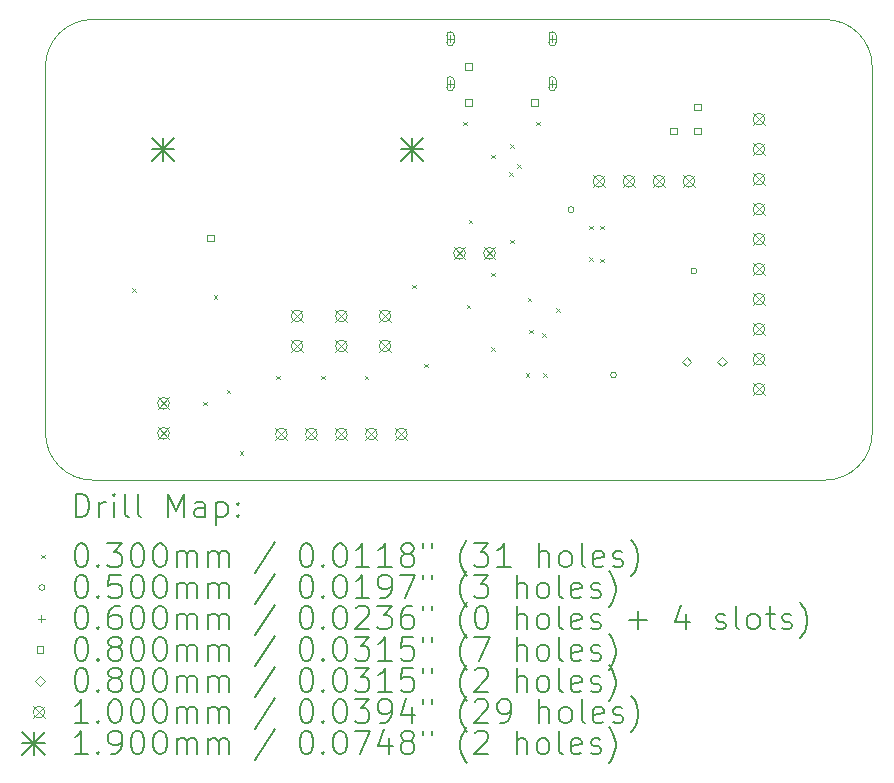
<source format=gbr>
%TF.GenerationSoftware,KiCad,Pcbnew,8.0.2*%
%TF.CreationDate,2024-05-29T18:12:22+12:00*%
%TF.ProjectId,microcontroller,6d696372-6f63-46f6-9e74-726f6c6c6572,0.1.0*%
%TF.SameCoordinates,Original*%
%TF.FileFunction,Drillmap*%
%TF.FilePolarity,Positive*%
%FSLAX45Y45*%
G04 Gerber Fmt 4.5, Leading zero omitted, Abs format (unit mm)*
G04 Created by KiCad (PCBNEW 8.0.2) date 2024-05-29 18:12:22*
%MOMM*%
%LPD*%
G01*
G04 APERTURE LIST*
%ADD10C,0.100000*%
%ADD11C,0.200000*%
%ADD12C,0.190000*%
G04 APERTURE END LIST*
D10*
X12000000Y-6600000D02*
X18200000Y-6600000D01*
X18600000Y-7000000D02*
X18600000Y-10100000D01*
X18200000Y-10500000D02*
X12000000Y-10500000D01*
X12000000Y-10500000D02*
G75*
G02*
X11600000Y-10100000I0J400000D01*
G01*
X11600000Y-10100000D02*
X11600000Y-7000000D01*
X18600000Y-10100000D02*
G75*
G02*
X18200000Y-10500000I-400000J0D01*
G01*
X11600000Y-7000000D02*
G75*
G02*
X12000000Y-6600000I400000J0D01*
G01*
X18200000Y-6600000D02*
G75*
G02*
X18600000Y-7000000I0J-400000D01*
G01*
D11*
D10*
X12335000Y-8875000D02*
X12365000Y-8905000D01*
X12365000Y-8875000D02*
X12335000Y-8905000D01*
X12935000Y-9835000D02*
X12965000Y-9865000D01*
X12965000Y-9835000D02*
X12935000Y-9865000D01*
X13025000Y-8935000D02*
X13055000Y-8965000D01*
X13055000Y-8935000D02*
X13025000Y-8965000D01*
X13135000Y-9735000D02*
X13165000Y-9765000D01*
X13165000Y-9735000D02*
X13135000Y-9765000D01*
X13245000Y-10255000D02*
X13275000Y-10285000D01*
X13275000Y-10255000D02*
X13245000Y-10285000D01*
X13555000Y-9615000D02*
X13585000Y-9645000D01*
X13585000Y-9615000D02*
X13555000Y-9645000D01*
X13935000Y-9615000D02*
X13965000Y-9645000D01*
X13965000Y-9615000D02*
X13935000Y-9645000D01*
X14305000Y-9615000D02*
X14335000Y-9645000D01*
X14335000Y-9615000D02*
X14305000Y-9645000D01*
X14705000Y-8845000D02*
X14735000Y-8875000D01*
X14735000Y-8845000D02*
X14705000Y-8875000D01*
X14805000Y-9515000D02*
X14835000Y-9545000D01*
X14835000Y-9515000D02*
X14805000Y-9545000D01*
X15135000Y-7465000D02*
X15165000Y-7495000D01*
X15165000Y-7465000D02*
X15135000Y-7495000D01*
X15165000Y-9015000D02*
X15195000Y-9045000D01*
X15195000Y-9015000D02*
X15165000Y-9045000D01*
X15185000Y-8295000D02*
X15215000Y-8325000D01*
X15215000Y-8295000D02*
X15185000Y-8325000D01*
X15375000Y-7745000D02*
X15405000Y-7775000D01*
X15405000Y-7745000D02*
X15375000Y-7775000D01*
X15375000Y-8745000D02*
X15405000Y-8775000D01*
X15405000Y-8745000D02*
X15375000Y-8775000D01*
X15375000Y-9375000D02*
X15405000Y-9405000D01*
X15405000Y-9375000D02*
X15375000Y-9405000D01*
X15525000Y-7895000D02*
X15555000Y-7925000D01*
X15555000Y-7895000D02*
X15525000Y-7925000D01*
X15535000Y-7655000D02*
X15565000Y-7685000D01*
X15565000Y-7655000D02*
X15535000Y-7685000D01*
X15535000Y-8465000D02*
X15565000Y-8495000D01*
X15565000Y-8465000D02*
X15535000Y-8495000D01*
X15595000Y-7825000D02*
X15625000Y-7855000D01*
X15625000Y-7825000D02*
X15595000Y-7855000D01*
X15665000Y-9595000D02*
X15695000Y-9625000D01*
X15695000Y-9595000D02*
X15665000Y-9625000D01*
X15685000Y-8955000D02*
X15715000Y-8985000D01*
X15715000Y-8955000D02*
X15685000Y-8985000D01*
X15695000Y-9225000D02*
X15725000Y-9255000D01*
X15725000Y-9225000D02*
X15695000Y-9255000D01*
X15755000Y-7465000D02*
X15785000Y-7495000D01*
X15785000Y-7465000D02*
X15755000Y-7495000D01*
X15805000Y-9255000D02*
X15835000Y-9285000D01*
X15835000Y-9255000D02*
X15805000Y-9285000D01*
X15815000Y-9595000D02*
X15845000Y-9625000D01*
X15845000Y-9595000D02*
X15815000Y-9625000D01*
X15925000Y-9045000D02*
X15955000Y-9075000D01*
X15955000Y-9045000D02*
X15925000Y-9075000D01*
X16205000Y-8345000D02*
X16235000Y-8375000D01*
X16235000Y-8345000D02*
X16205000Y-8375000D01*
X16205000Y-8615000D02*
X16235000Y-8645000D01*
X16235000Y-8615000D02*
X16205000Y-8645000D01*
X16295000Y-8345000D02*
X16325000Y-8375000D01*
X16325000Y-8345000D02*
X16295000Y-8375000D01*
X16295000Y-8625000D02*
X16325000Y-8655000D01*
X16325000Y-8625000D02*
X16295000Y-8655000D01*
X16075000Y-8210000D02*
G75*
G02*
X16025000Y-8210000I-25000J0D01*
G01*
X16025000Y-8210000D02*
G75*
G02*
X16075000Y-8210000I25000J0D01*
G01*
X16435000Y-9610000D02*
G75*
G02*
X16385000Y-9610000I-25000J0D01*
G01*
X16385000Y-9610000D02*
G75*
G02*
X16435000Y-9610000I25000J0D01*
G01*
X17115000Y-8730000D02*
G75*
G02*
X17065000Y-8730000I-25000J0D01*
G01*
X17065000Y-8730000D02*
G75*
G02*
X17115000Y-8730000I25000J0D01*
G01*
X15028000Y-6734000D02*
X15028000Y-6794000D01*
X14998000Y-6764000D02*
X15058000Y-6764000D01*
X15058000Y-6794000D02*
X15058000Y-6734000D01*
X14998000Y-6734000D02*
G75*
G02*
X15058000Y-6734000I30000J0D01*
G01*
X14998000Y-6734000D02*
X14998000Y-6794000D01*
X14998000Y-6794000D02*
G75*
G03*
X15058000Y-6794000I30000J0D01*
G01*
X15028000Y-7114000D02*
X15028000Y-7174000D01*
X14998000Y-7144000D02*
X15058000Y-7144000D01*
X15058000Y-7174000D02*
X15058000Y-7114000D01*
X14998000Y-7114000D02*
G75*
G02*
X15058000Y-7114000I30000J0D01*
G01*
X14998000Y-7114000D02*
X14998000Y-7174000D01*
X14998000Y-7174000D02*
G75*
G03*
X15058000Y-7174000I30000J0D01*
G01*
X15892000Y-6734000D02*
X15892000Y-6794000D01*
X15862000Y-6764000D02*
X15922000Y-6764000D01*
X15922000Y-6794000D02*
X15922000Y-6734000D01*
X15862000Y-6734000D02*
G75*
G02*
X15922000Y-6734000I30000J0D01*
G01*
X15862000Y-6734000D02*
X15862000Y-6794000D01*
X15862000Y-6794000D02*
G75*
G03*
X15922000Y-6794000I30000J0D01*
G01*
X15892000Y-7114000D02*
X15892000Y-7174000D01*
X15862000Y-7144000D02*
X15922000Y-7144000D01*
X15922000Y-7174000D02*
X15922000Y-7114000D01*
X15862000Y-7114000D02*
G75*
G02*
X15922000Y-7114000I30000J0D01*
G01*
X15862000Y-7114000D02*
X15862000Y-7174000D01*
X15862000Y-7174000D02*
G75*
G03*
X15922000Y-7174000I30000J0D01*
G01*
X13028284Y-8478285D02*
X13028284Y-8421716D01*
X12971715Y-8421716D01*
X12971715Y-8478285D01*
X13028284Y-8478285D01*
X15208884Y-7024684D02*
X15208884Y-6968115D01*
X15152315Y-6968115D01*
X15152315Y-7024684D01*
X15208884Y-7024684D01*
X15208884Y-7329484D02*
X15208884Y-7272915D01*
X15152315Y-7272915D01*
X15152315Y-7329484D01*
X15208884Y-7329484D01*
X15767684Y-7329484D02*
X15767684Y-7272915D01*
X15711115Y-7272915D01*
X15711115Y-7329484D01*
X15767684Y-7329484D01*
X16948485Y-7571684D02*
X16948485Y-7515115D01*
X16891916Y-7515115D01*
X16891916Y-7571684D01*
X16948485Y-7571684D01*
X17151685Y-7368484D02*
X17151685Y-7311915D01*
X17095116Y-7311915D01*
X17095116Y-7368484D01*
X17151685Y-7368484D01*
X17151685Y-7571684D02*
X17151685Y-7515115D01*
X17095116Y-7515115D01*
X17095116Y-7571684D01*
X17151685Y-7571684D01*
X17028000Y-9537500D02*
X17068000Y-9497500D01*
X17028000Y-9457500D01*
X16988000Y-9497500D01*
X17028000Y-9537500D01*
X17328000Y-9537500D02*
X17368000Y-9497500D01*
X17328000Y-9457500D01*
X17288000Y-9497500D01*
X17328000Y-9537500D01*
X12550000Y-9800000D02*
X12650000Y-9900000D01*
X12650000Y-9800000D02*
X12550000Y-9900000D01*
X12650000Y-9850000D02*
G75*
G02*
X12550000Y-9850000I-50000J0D01*
G01*
X12550000Y-9850000D02*
G75*
G02*
X12650000Y-9850000I50000J0D01*
G01*
X12550000Y-10054000D02*
X12650000Y-10154000D01*
X12650000Y-10054000D02*
X12550000Y-10154000D01*
X12650000Y-10104000D02*
G75*
G02*
X12550000Y-10104000I-50000J0D01*
G01*
X12550000Y-10104000D02*
G75*
G02*
X12650000Y-10104000I50000J0D01*
G01*
X13547000Y-10060000D02*
X13647000Y-10160000D01*
X13647000Y-10060000D02*
X13547000Y-10160000D01*
X13647000Y-10110000D02*
G75*
G02*
X13547000Y-10110000I-50000J0D01*
G01*
X13547000Y-10110000D02*
G75*
G02*
X13647000Y-10110000I50000J0D01*
G01*
X13680000Y-9060000D02*
X13780000Y-9160000D01*
X13780000Y-9060000D02*
X13680000Y-9160000D01*
X13780000Y-9110000D02*
G75*
G02*
X13680000Y-9110000I-50000J0D01*
G01*
X13680000Y-9110000D02*
G75*
G02*
X13780000Y-9110000I50000J0D01*
G01*
X13680000Y-9314000D02*
X13780000Y-9414000D01*
X13780000Y-9314000D02*
X13680000Y-9414000D01*
X13780000Y-9364000D02*
G75*
G02*
X13680000Y-9364000I-50000J0D01*
G01*
X13680000Y-9364000D02*
G75*
G02*
X13780000Y-9364000I50000J0D01*
G01*
X13801000Y-10060000D02*
X13901000Y-10160000D01*
X13901000Y-10060000D02*
X13801000Y-10160000D01*
X13901000Y-10110000D02*
G75*
G02*
X13801000Y-10110000I-50000J0D01*
G01*
X13801000Y-10110000D02*
G75*
G02*
X13901000Y-10110000I50000J0D01*
G01*
X14055000Y-9060000D02*
X14155000Y-9160000D01*
X14155000Y-9060000D02*
X14055000Y-9160000D01*
X14155000Y-9110000D02*
G75*
G02*
X14055000Y-9110000I-50000J0D01*
G01*
X14055000Y-9110000D02*
G75*
G02*
X14155000Y-9110000I50000J0D01*
G01*
X14055000Y-9314000D02*
X14155000Y-9414000D01*
X14155000Y-9314000D02*
X14055000Y-9414000D01*
X14155000Y-9364000D02*
G75*
G02*
X14055000Y-9364000I-50000J0D01*
G01*
X14055000Y-9364000D02*
G75*
G02*
X14155000Y-9364000I50000J0D01*
G01*
X14055000Y-10060000D02*
X14155000Y-10160000D01*
X14155000Y-10060000D02*
X14055000Y-10160000D01*
X14155000Y-10110000D02*
G75*
G02*
X14055000Y-10110000I-50000J0D01*
G01*
X14055000Y-10110000D02*
G75*
G02*
X14155000Y-10110000I50000J0D01*
G01*
X14309000Y-10060000D02*
X14409000Y-10160000D01*
X14409000Y-10060000D02*
X14309000Y-10160000D01*
X14409000Y-10110000D02*
G75*
G02*
X14309000Y-10110000I-50000J0D01*
G01*
X14309000Y-10110000D02*
G75*
G02*
X14409000Y-10110000I50000J0D01*
G01*
X14425000Y-9060000D02*
X14525000Y-9160000D01*
X14525000Y-9060000D02*
X14425000Y-9160000D01*
X14525000Y-9110000D02*
G75*
G02*
X14425000Y-9110000I-50000J0D01*
G01*
X14425000Y-9110000D02*
G75*
G02*
X14525000Y-9110000I50000J0D01*
G01*
X14425000Y-9314000D02*
X14525000Y-9414000D01*
X14525000Y-9314000D02*
X14425000Y-9414000D01*
X14525000Y-9364000D02*
G75*
G02*
X14425000Y-9364000I-50000J0D01*
G01*
X14425000Y-9364000D02*
G75*
G02*
X14525000Y-9364000I50000J0D01*
G01*
X14563000Y-10060000D02*
X14663000Y-10160000D01*
X14663000Y-10060000D02*
X14563000Y-10160000D01*
X14663000Y-10110000D02*
G75*
G02*
X14563000Y-10110000I-50000J0D01*
G01*
X14563000Y-10110000D02*
G75*
G02*
X14663000Y-10110000I50000J0D01*
G01*
X15056000Y-8530000D02*
X15156000Y-8630000D01*
X15156000Y-8530000D02*
X15056000Y-8630000D01*
X15156000Y-8580000D02*
G75*
G02*
X15056000Y-8580000I-50000J0D01*
G01*
X15056000Y-8580000D02*
G75*
G02*
X15156000Y-8580000I50000J0D01*
G01*
X15310000Y-8530000D02*
X15410000Y-8630000D01*
X15410000Y-8530000D02*
X15310000Y-8630000D01*
X15410000Y-8580000D02*
G75*
G02*
X15310000Y-8580000I-50000J0D01*
G01*
X15310000Y-8580000D02*
G75*
G02*
X15410000Y-8580000I50000J0D01*
G01*
X16236000Y-7920000D02*
X16336000Y-8020000D01*
X16336000Y-7920000D02*
X16236000Y-8020000D01*
X16336000Y-7970000D02*
G75*
G02*
X16236000Y-7970000I-50000J0D01*
G01*
X16236000Y-7970000D02*
G75*
G02*
X16336000Y-7970000I50000J0D01*
G01*
X16490000Y-7920000D02*
X16590000Y-8020000D01*
X16590000Y-7920000D02*
X16490000Y-8020000D01*
X16590000Y-7970000D02*
G75*
G02*
X16490000Y-7970000I-50000J0D01*
G01*
X16490000Y-7970000D02*
G75*
G02*
X16590000Y-7970000I50000J0D01*
G01*
X16744000Y-7920000D02*
X16844000Y-8020000D01*
X16844000Y-7920000D02*
X16744000Y-8020000D01*
X16844000Y-7970000D02*
G75*
G02*
X16744000Y-7970000I-50000J0D01*
G01*
X16744000Y-7970000D02*
G75*
G02*
X16844000Y-7970000I50000J0D01*
G01*
X16998000Y-7920000D02*
X17098000Y-8020000D01*
X17098000Y-7920000D02*
X16998000Y-8020000D01*
X17098000Y-7970000D02*
G75*
G02*
X16998000Y-7970000I-50000J0D01*
G01*
X16998000Y-7970000D02*
G75*
G02*
X17098000Y-7970000I50000J0D01*
G01*
X17590000Y-7394000D02*
X17690000Y-7494000D01*
X17690000Y-7394000D02*
X17590000Y-7494000D01*
X17690000Y-7444000D02*
G75*
G02*
X17590000Y-7444000I-50000J0D01*
G01*
X17590000Y-7444000D02*
G75*
G02*
X17690000Y-7444000I50000J0D01*
G01*
X17590000Y-7648000D02*
X17690000Y-7748000D01*
X17690000Y-7648000D02*
X17590000Y-7748000D01*
X17690000Y-7698000D02*
G75*
G02*
X17590000Y-7698000I-50000J0D01*
G01*
X17590000Y-7698000D02*
G75*
G02*
X17690000Y-7698000I50000J0D01*
G01*
X17590000Y-7902000D02*
X17690000Y-8002000D01*
X17690000Y-7902000D02*
X17590000Y-8002000D01*
X17690000Y-7952000D02*
G75*
G02*
X17590000Y-7952000I-50000J0D01*
G01*
X17590000Y-7952000D02*
G75*
G02*
X17690000Y-7952000I50000J0D01*
G01*
X17590000Y-8156000D02*
X17690000Y-8256000D01*
X17690000Y-8156000D02*
X17590000Y-8256000D01*
X17690000Y-8206000D02*
G75*
G02*
X17590000Y-8206000I-50000J0D01*
G01*
X17590000Y-8206000D02*
G75*
G02*
X17690000Y-8206000I50000J0D01*
G01*
X17590000Y-8410000D02*
X17690000Y-8510000D01*
X17690000Y-8410000D02*
X17590000Y-8510000D01*
X17690000Y-8460000D02*
G75*
G02*
X17590000Y-8460000I-50000J0D01*
G01*
X17590000Y-8460000D02*
G75*
G02*
X17690000Y-8460000I50000J0D01*
G01*
X17590000Y-8664000D02*
X17690000Y-8764000D01*
X17690000Y-8664000D02*
X17590000Y-8764000D01*
X17690000Y-8714000D02*
G75*
G02*
X17590000Y-8714000I-50000J0D01*
G01*
X17590000Y-8714000D02*
G75*
G02*
X17690000Y-8714000I50000J0D01*
G01*
X17590000Y-8918000D02*
X17690000Y-9018000D01*
X17690000Y-8918000D02*
X17590000Y-9018000D01*
X17690000Y-8968000D02*
G75*
G02*
X17590000Y-8968000I-50000J0D01*
G01*
X17590000Y-8968000D02*
G75*
G02*
X17690000Y-8968000I50000J0D01*
G01*
X17590000Y-9172000D02*
X17690000Y-9272000D01*
X17690000Y-9172000D02*
X17590000Y-9272000D01*
X17690000Y-9222000D02*
G75*
G02*
X17590000Y-9222000I-50000J0D01*
G01*
X17590000Y-9222000D02*
G75*
G02*
X17690000Y-9222000I50000J0D01*
G01*
X17590000Y-9426000D02*
X17690000Y-9526000D01*
X17690000Y-9426000D02*
X17590000Y-9526000D01*
X17690000Y-9476000D02*
G75*
G02*
X17590000Y-9476000I-50000J0D01*
G01*
X17590000Y-9476000D02*
G75*
G02*
X17690000Y-9476000I50000J0D01*
G01*
X17590000Y-9680000D02*
X17690000Y-9780000D01*
X17690000Y-9680000D02*
X17590000Y-9780000D01*
X17690000Y-9730000D02*
G75*
G02*
X17590000Y-9730000I-50000J0D01*
G01*
X17590000Y-9730000D02*
G75*
G02*
X17690000Y-9730000I50000J0D01*
G01*
D12*
X12500000Y-7605000D02*
X12690000Y-7795000D01*
X12690000Y-7605000D02*
X12500000Y-7795000D01*
X12595000Y-7605000D02*
X12595000Y-7795000D01*
X12500000Y-7700000D02*
X12690000Y-7700000D01*
X14610000Y-7605000D02*
X14800000Y-7795000D01*
X14800000Y-7605000D02*
X14610000Y-7795000D01*
X14705000Y-7605000D02*
X14705000Y-7795000D01*
X14610000Y-7700000D02*
X14800000Y-7700000D01*
D11*
X11855777Y-10816484D02*
X11855777Y-10616484D01*
X11855777Y-10616484D02*
X11903396Y-10616484D01*
X11903396Y-10616484D02*
X11931967Y-10626008D01*
X11931967Y-10626008D02*
X11951015Y-10645055D01*
X11951015Y-10645055D02*
X11960539Y-10664103D01*
X11960539Y-10664103D02*
X11970062Y-10702198D01*
X11970062Y-10702198D02*
X11970062Y-10730770D01*
X11970062Y-10730770D02*
X11960539Y-10768865D01*
X11960539Y-10768865D02*
X11951015Y-10787912D01*
X11951015Y-10787912D02*
X11931967Y-10806960D01*
X11931967Y-10806960D02*
X11903396Y-10816484D01*
X11903396Y-10816484D02*
X11855777Y-10816484D01*
X12055777Y-10816484D02*
X12055777Y-10683150D01*
X12055777Y-10721246D02*
X12065301Y-10702198D01*
X12065301Y-10702198D02*
X12074824Y-10692674D01*
X12074824Y-10692674D02*
X12093872Y-10683150D01*
X12093872Y-10683150D02*
X12112920Y-10683150D01*
X12179586Y-10816484D02*
X12179586Y-10683150D01*
X12179586Y-10616484D02*
X12170062Y-10626008D01*
X12170062Y-10626008D02*
X12179586Y-10635531D01*
X12179586Y-10635531D02*
X12189110Y-10626008D01*
X12189110Y-10626008D02*
X12179586Y-10616484D01*
X12179586Y-10616484D02*
X12179586Y-10635531D01*
X12303396Y-10816484D02*
X12284348Y-10806960D01*
X12284348Y-10806960D02*
X12274824Y-10787912D01*
X12274824Y-10787912D02*
X12274824Y-10616484D01*
X12408158Y-10816484D02*
X12389110Y-10806960D01*
X12389110Y-10806960D02*
X12379586Y-10787912D01*
X12379586Y-10787912D02*
X12379586Y-10616484D01*
X12636729Y-10816484D02*
X12636729Y-10616484D01*
X12636729Y-10616484D02*
X12703396Y-10759341D01*
X12703396Y-10759341D02*
X12770062Y-10616484D01*
X12770062Y-10616484D02*
X12770062Y-10816484D01*
X12951015Y-10816484D02*
X12951015Y-10711722D01*
X12951015Y-10711722D02*
X12941491Y-10692674D01*
X12941491Y-10692674D02*
X12922443Y-10683150D01*
X12922443Y-10683150D02*
X12884348Y-10683150D01*
X12884348Y-10683150D02*
X12865301Y-10692674D01*
X12951015Y-10806960D02*
X12931967Y-10816484D01*
X12931967Y-10816484D02*
X12884348Y-10816484D01*
X12884348Y-10816484D02*
X12865301Y-10806960D01*
X12865301Y-10806960D02*
X12855777Y-10787912D01*
X12855777Y-10787912D02*
X12855777Y-10768865D01*
X12855777Y-10768865D02*
X12865301Y-10749817D01*
X12865301Y-10749817D02*
X12884348Y-10740293D01*
X12884348Y-10740293D02*
X12931967Y-10740293D01*
X12931967Y-10740293D02*
X12951015Y-10730770D01*
X13046253Y-10683150D02*
X13046253Y-10883150D01*
X13046253Y-10692674D02*
X13065301Y-10683150D01*
X13065301Y-10683150D02*
X13103396Y-10683150D01*
X13103396Y-10683150D02*
X13122443Y-10692674D01*
X13122443Y-10692674D02*
X13131967Y-10702198D01*
X13131967Y-10702198D02*
X13141491Y-10721246D01*
X13141491Y-10721246D02*
X13141491Y-10778389D01*
X13141491Y-10778389D02*
X13131967Y-10797436D01*
X13131967Y-10797436D02*
X13122443Y-10806960D01*
X13122443Y-10806960D02*
X13103396Y-10816484D01*
X13103396Y-10816484D02*
X13065301Y-10816484D01*
X13065301Y-10816484D02*
X13046253Y-10806960D01*
X13227205Y-10797436D02*
X13236729Y-10806960D01*
X13236729Y-10806960D02*
X13227205Y-10816484D01*
X13227205Y-10816484D02*
X13217682Y-10806960D01*
X13217682Y-10806960D02*
X13227205Y-10797436D01*
X13227205Y-10797436D02*
X13227205Y-10816484D01*
X13227205Y-10692674D02*
X13236729Y-10702198D01*
X13236729Y-10702198D02*
X13227205Y-10711722D01*
X13227205Y-10711722D02*
X13217682Y-10702198D01*
X13217682Y-10702198D02*
X13227205Y-10692674D01*
X13227205Y-10692674D02*
X13227205Y-10711722D01*
D10*
X11565000Y-11130000D02*
X11595000Y-11160000D01*
X11595000Y-11130000D02*
X11565000Y-11160000D01*
D11*
X11893872Y-11036484D02*
X11912920Y-11036484D01*
X11912920Y-11036484D02*
X11931967Y-11046008D01*
X11931967Y-11046008D02*
X11941491Y-11055531D01*
X11941491Y-11055531D02*
X11951015Y-11074579D01*
X11951015Y-11074579D02*
X11960539Y-11112674D01*
X11960539Y-11112674D02*
X11960539Y-11160293D01*
X11960539Y-11160293D02*
X11951015Y-11198388D01*
X11951015Y-11198388D02*
X11941491Y-11217436D01*
X11941491Y-11217436D02*
X11931967Y-11226960D01*
X11931967Y-11226960D02*
X11912920Y-11236484D01*
X11912920Y-11236484D02*
X11893872Y-11236484D01*
X11893872Y-11236484D02*
X11874824Y-11226960D01*
X11874824Y-11226960D02*
X11865301Y-11217436D01*
X11865301Y-11217436D02*
X11855777Y-11198388D01*
X11855777Y-11198388D02*
X11846253Y-11160293D01*
X11846253Y-11160293D02*
X11846253Y-11112674D01*
X11846253Y-11112674D02*
X11855777Y-11074579D01*
X11855777Y-11074579D02*
X11865301Y-11055531D01*
X11865301Y-11055531D02*
X11874824Y-11046008D01*
X11874824Y-11046008D02*
X11893872Y-11036484D01*
X12046253Y-11217436D02*
X12055777Y-11226960D01*
X12055777Y-11226960D02*
X12046253Y-11236484D01*
X12046253Y-11236484D02*
X12036729Y-11226960D01*
X12036729Y-11226960D02*
X12046253Y-11217436D01*
X12046253Y-11217436D02*
X12046253Y-11236484D01*
X12122443Y-11036484D02*
X12246253Y-11036484D01*
X12246253Y-11036484D02*
X12179586Y-11112674D01*
X12179586Y-11112674D02*
X12208158Y-11112674D01*
X12208158Y-11112674D02*
X12227205Y-11122198D01*
X12227205Y-11122198D02*
X12236729Y-11131722D01*
X12236729Y-11131722D02*
X12246253Y-11150770D01*
X12246253Y-11150770D02*
X12246253Y-11198388D01*
X12246253Y-11198388D02*
X12236729Y-11217436D01*
X12236729Y-11217436D02*
X12227205Y-11226960D01*
X12227205Y-11226960D02*
X12208158Y-11236484D01*
X12208158Y-11236484D02*
X12151015Y-11236484D01*
X12151015Y-11236484D02*
X12131967Y-11226960D01*
X12131967Y-11226960D02*
X12122443Y-11217436D01*
X12370062Y-11036484D02*
X12389110Y-11036484D01*
X12389110Y-11036484D02*
X12408158Y-11046008D01*
X12408158Y-11046008D02*
X12417682Y-11055531D01*
X12417682Y-11055531D02*
X12427205Y-11074579D01*
X12427205Y-11074579D02*
X12436729Y-11112674D01*
X12436729Y-11112674D02*
X12436729Y-11160293D01*
X12436729Y-11160293D02*
X12427205Y-11198388D01*
X12427205Y-11198388D02*
X12417682Y-11217436D01*
X12417682Y-11217436D02*
X12408158Y-11226960D01*
X12408158Y-11226960D02*
X12389110Y-11236484D01*
X12389110Y-11236484D02*
X12370062Y-11236484D01*
X12370062Y-11236484D02*
X12351015Y-11226960D01*
X12351015Y-11226960D02*
X12341491Y-11217436D01*
X12341491Y-11217436D02*
X12331967Y-11198388D01*
X12331967Y-11198388D02*
X12322443Y-11160293D01*
X12322443Y-11160293D02*
X12322443Y-11112674D01*
X12322443Y-11112674D02*
X12331967Y-11074579D01*
X12331967Y-11074579D02*
X12341491Y-11055531D01*
X12341491Y-11055531D02*
X12351015Y-11046008D01*
X12351015Y-11046008D02*
X12370062Y-11036484D01*
X12560539Y-11036484D02*
X12579586Y-11036484D01*
X12579586Y-11036484D02*
X12598634Y-11046008D01*
X12598634Y-11046008D02*
X12608158Y-11055531D01*
X12608158Y-11055531D02*
X12617682Y-11074579D01*
X12617682Y-11074579D02*
X12627205Y-11112674D01*
X12627205Y-11112674D02*
X12627205Y-11160293D01*
X12627205Y-11160293D02*
X12617682Y-11198388D01*
X12617682Y-11198388D02*
X12608158Y-11217436D01*
X12608158Y-11217436D02*
X12598634Y-11226960D01*
X12598634Y-11226960D02*
X12579586Y-11236484D01*
X12579586Y-11236484D02*
X12560539Y-11236484D01*
X12560539Y-11236484D02*
X12541491Y-11226960D01*
X12541491Y-11226960D02*
X12531967Y-11217436D01*
X12531967Y-11217436D02*
X12522443Y-11198388D01*
X12522443Y-11198388D02*
X12512920Y-11160293D01*
X12512920Y-11160293D02*
X12512920Y-11112674D01*
X12512920Y-11112674D02*
X12522443Y-11074579D01*
X12522443Y-11074579D02*
X12531967Y-11055531D01*
X12531967Y-11055531D02*
X12541491Y-11046008D01*
X12541491Y-11046008D02*
X12560539Y-11036484D01*
X12712920Y-11236484D02*
X12712920Y-11103150D01*
X12712920Y-11122198D02*
X12722443Y-11112674D01*
X12722443Y-11112674D02*
X12741491Y-11103150D01*
X12741491Y-11103150D02*
X12770063Y-11103150D01*
X12770063Y-11103150D02*
X12789110Y-11112674D01*
X12789110Y-11112674D02*
X12798634Y-11131722D01*
X12798634Y-11131722D02*
X12798634Y-11236484D01*
X12798634Y-11131722D02*
X12808158Y-11112674D01*
X12808158Y-11112674D02*
X12827205Y-11103150D01*
X12827205Y-11103150D02*
X12855777Y-11103150D01*
X12855777Y-11103150D02*
X12874824Y-11112674D01*
X12874824Y-11112674D02*
X12884348Y-11131722D01*
X12884348Y-11131722D02*
X12884348Y-11236484D01*
X12979586Y-11236484D02*
X12979586Y-11103150D01*
X12979586Y-11122198D02*
X12989110Y-11112674D01*
X12989110Y-11112674D02*
X13008158Y-11103150D01*
X13008158Y-11103150D02*
X13036729Y-11103150D01*
X13036729Y-11103150D02*
X13055777Y-11112674D01*
X13055777Y-11112674D02*
X13065301Y-11131722D01*
X13065301Y-11131722D02*
X13065301Y-11236484D01*
X13065301Y-11131722D02*
X13074824Y-11112674D01*
X13074824Y-11112674D02*
X13093872Y-11103150D01*
X13093872Y-11103150D02*
X13122443Y-11103150D01*
X13122443Y-11103150D02*
X13141491Y-11112674D01*
X13141491Y-11112674D02*
X13151015Y-11131722D01*
X13151015Y-11131722D02*
X13151015Y-11236484D01*
X13541491Y-11026960D02*
X13370063Y-11284103D01*
X13798634Y-11036484D02*
X13817682Y-11036484D01*
X13817682Y-11036484D02*
X13836729Y-11046008D01*
X13836729Y-11046008D02*
X13846253Y-11055531D01*
X13846253Y-11055531D02*
X13855777Y-11074579D01*
X13855777Y-11074579D02*
X13865301Y-11112674D01*
X13865301Y-11112674D02*
X13865301Y-11160293D01*
X13865301Y-11160293D02*
X13855777Y-11198388D01*
X13855777Y-11198388D02*
X13846253Y-11217436D01*
X13846253Y-11217436D02*
X13836729Y-11226960D01*
X13836729Y-11226960D02*
X13817682Y-11236484D01*
X13817682Y-11236484D02*
X13798634Y-11236484D01*
X13798634Y-11236484D02*
X13779586Y-11226960D01*
X13779586Y-11226960D02*
X13770063Y-11217436D01*
X13770063Y-11217436D02*
X13760539Y-11198388D01*
X13760539Y-11198388D02*
X13751015Y-11160293D01*
X13751015Y-11160293D02*
X13751015Y-11112674D01*
X13751015Y-11112674D02*
X13760539Y-11074579D01*
X13760539Y-11074579D02*
X13770063Y-11055531D01*
X13770063Y-11055531D02*
X13779586Y-11046008D01*
X13779586Y-11046008D02*
X13798634Y-11036484D01*
X13951015Y-11217436D02*
X13960539Y-11226960D01*
X13960539Y-11226960D02*
X13951015Y-11236484D01*
X13951015Y-11236484D02*
X13941491Y-11226960D01*
X13941491Y-11226960D02*
X13951015Y-11217436D01*
X13951015Y-11217436D02*
X13951015Y-11236484D01*
X14084348Y-11036484D02*
X14103396Y-11036484D01*
X14103396Y-11036484D02*
X14122444Y-11046008D01*
X14122444Y-11046008D02*
X14131967Y-11055531D01*
X14131967Y-11055531D02*
X14141491Y-11074579D01*
X14141491Y-11074579D02*
X14151015Y-11112674D01*
X14151015Y-11112674D02*
X14151015Y-11160293D01*
X14151015Y-11160293D02*
X14141491Y-11198388D01*
X14141491Y-11198388D02*
X14131967Y-11217436D01*
X14131967Y-11217436D02*
X14122444Y-11226960D01*
X14122444Y-11226960D02*
X14103396Y-11236484D01*
X14103396Y-11236484D02*
X14084348Y-11236484D01*
X14084348Y-11236484D02*
X14065301Y-11226960D01*
X14065301Y-11226960D02*
X14055777Y-11217436D01*
X14055777Y-11217436D02*
X14046253Y-11198388D01*
X14046253Y-11198388D02*
X14036729Y-11160293D01*
X14036729Y-11160293D02*
X14036729Y-11112674D01*
X14036729Y-11112674D02*
X14046253Y-11074579D01*
X14046253Y-11074579D02*
X14055777Y-11055531D01*
X14055777Y-11055531D02*
X14065301Y-11046008D01*
X14065301Y-11046008D02*
X14084348Y-11036484D01*
X14341491Y-11236484D02*
X14227206Y-11236484D01*
X14284348Y-11236484D02*
X14284348Y-11036484D01*
X14284348Y-11036484D02*
X14265301Y-11065055D01*
X14265301Y-11065055D02*
X14246253Y-11084103D01*
X14246253Y-11084103D02*
X14227206Y-11093627D01*
X14531967Y-11236484D02*
X14417682Y-11236484D01*
X14474825Y-11236484D02*
X14474825Y-11036484D01*
X14474825Y-11036484D02*
X14455777Y-11065055D01*
X14455777Y-11065055D02*
X14436729Y-11084103D01*
X14436729Y-11084103D02*
X14417682Y-11093627D01*
X14646253Y-11122198D02*
X14627206Y-11112674D01*
X14627206Y-11112674D02*
X14617682Y-11103150D01*
X14617682Y-11103150D02*
X14608158Y-11084103D01*
X14608158Y-11084103D02*
X14608158Y-11074579D01*
X14608158Y-11074579D02*
X14617682Y-11055531D01*
X14617682Y-11055531D02*
X14627206Y-11046008D01*
X14627206Y-11046008D02*
X14646253Y-11036484D01*
X14646253Y-11036484D02*
X14684348Y-11036484D01*
X14684348Y-11036484D02*
X14703396Y-11046008D01*
X14703396Y-11046008D02*
X14712920Y-11055531D01*
X14712920Y-11055531D02*
X14722444Y-11074579D01*
X14722444Y-11074579D02*
X14722444Y-11084103D01*
X14722444Y-11084103D02*
X14712920Y-11103150D01*
X14712920Y-11103150D02*
X14703396Y-11112674D01*
X14703396Y-11112674D02*
X14684348Y-11122198D01*
X14684348Y-11122198D02*
X14646253Y-11122198D01*
X14646253Y-11122198D02*
X14627206Y-11131722D01*
X14627206Y-11131722D02*
X14617682Y-11141246D01*
X14617682Y-11141246D02*
X14608158Y-11160293D01*
X14608158Y-11160293D02*
X14608158Y-11198388D01*
X14608158Y-11198388D02*
X14617682Y-11217436D01*
X14617682Y-11217436D02*
X14627206Y-11226960D01*
X14627206Y-11226960D02*
X14646253Y-11236484D01*
X14646253Y-11236484D02*
X14684348Y-11236484D01*
X14684348Y-11236484D02*
X14703396Y-11226960D01*
X14703396Y-11226960D02*
X14712920Y-11217436D01*
X14712920Y-11217436D02*
X14722444Y-11198388D01*
X14722444Y-11198388D02*
X14722444Y-11160293D01*
X14722444Y-11160293D02*
X14712920Y-11141246D01*
X14712920Y-11141246D02*
X14703396Y-11131722D01*
X14703396Y-11131722D02*
X14684348Y-11122198D01*
X14798634Y-11036484D02*
X14798634Y-11074579D01*
X14874825Y-11036484D02*
X14874825Y-11074579D01*
X15170063Y-11312674D02*
X15160539Y-11303150D01*
X15160539Y-11303150D02*
X15141491Y-11274579D01*
X15141491Y-11274579D02*
X15131968Y-11255531D01*
X15131968Y-11255531D02*
X15122444Y-11226960D01*
X15122444Y-11226960D02*
X15112920Y-11179341D01*
X15112920Y-11179341D02*
X15112920Y-11141246D01*
X15112920Y-11141246D02*
X15122444Y-11093627D01*
X15122444Y-11093627D02*
X15131968Y-11065055D01*
X15131968Y-11065055D02*
X15141491Y-11046008D01*
X15141491Y-11046008D02*
X15160539Y-11017436D01*
X15160539Y-11017436D02*
X15170063Y-11007912D01*
X15227206Y-11036484D02*
X15351015Y-11036484D01*
X15351015Y-11036484D02*
X15284348Y-11112674D01*
X15284348Y-11112674D02*
X15312920Y-11112674D01*
X15312920Y-11112674D02*
X15331968Y-11122198D01*
X15331968Y-11122198D02*
X15341491Y-11131722D01*
X15341491Y-11131722D02*
X15351015Y-11150770D01*
X15351015Y-11150770D02*
X15351015Y-11198388D01*
X15351015Y-11198388D02*
X15341491Y-11217436D01*
X15341491Y-11217436D02*
X15331968Y-11226960D01*
X15331968Y-11226960D02*
X15312920Y-11236484D01*
X15312920Y-11236484D02*
X15255777Y-11236484D01*
X15255777Y-11236484D02*
X15236729Y-11226960D01*
X15236729Y-11226960D02*
X15227206Y-11217436D01*
X15541491Y-11236484D02*
X15427206Y-11236484D01*
X15484348Y-11236484D02*
X15484348Y-11036484D01*
X15484348Y-11036484D02*
X15465301Y-11065055D01*
X15465301Y-11065055D02*
X15446253Y-11084103D01*
X15446253Y-11084103D02*
X15427206Y-11093627D01*
X15779587Y-11236484D02*
X15779587Y-11036484D01*
X15865301Y-11236484D02*
X15865301Y-11131722D01*
X15865301Y-11131722D02*
X15855777Y-11112674D01*
X15855777Y-11112674D02*
X15836730Y-11103150D01*
X15836730Y-11103150D02*
X15808158Y-11103150D01*
X15808158Y-11103150D02*
X15789110Y-11112674D01*
X15789110Y-11112674D02*
X15779587Y-11122198D01*
X15989110Y-11236484D02*
X15970063Y-11226960D01*
X15970063Y-11226960D02*
X15960539Y-11217436D01*
X15960539Y-11217436D02*
X15951015Y-11198388D01*
X15951015Y-11198388D02*
X15951015Y-11141246D01*
X15951015Y-11141246D02*
X15960539Y-11122198D01*
X15960539Y-11122198D02*
X15970063Y-11112674D01*
X15970063Y-11112674D02*
X15989110Y-11103150D01*
X15989110Y-11103150D02*
X16017682Y-11103150D01*
X16017682Y-11103150D02*
X16036730Y-11112674D01*
X16036730Y-11112674D02*
X16046253Y-11122198D01*
X16046253Y-11122198D02*
X16055777Y-11141246D01*
X16055777Y-11141246D02*
X16055777Y-11198388D01*
X16055777Y-11198388D02*
X16046253Y-11217436D01*
X16046253Y-11217436D02*
X16036730Y-11226960D01*
X16036730Y-11226960D02*
X16017682Y-11236484D01*
X16017682Y-11236484D02*
X15989110Y-11236484D01*
X16170063Y-11236484D02*
X16151015Y-11226960D01*
X16151015Y-11226960D02*
X16141491Y-11207912D01*
X16141491Y-11207912D02*
X16141491Y-11036484D01*
X16322444Y-11226960D02*
X16303396Y-11236484D01*
X16303396Y-11236484D02*
X16265301Y-11236484D01*
X16265301Y-11236484D02*
X16246253Y-11226960D01*
X16246253Y-11226960D02*
X16236730Y-11207912D01*
X16236730Y-11207912D02*
X16236730Y-11131722D01*
X16236730Y-11131722D02*
X16246253Y-11112674D01*
X16246253Y-11112674D02*
X16265301Y-11103150D01*
X16265301Y-11103150D02*
X16303396Y-11103150D01*
X16303396Y-11103150D02*
X16322444Y-11112674D01*
X16322444Y-11112674D02*
X16331968Y-11131722D01*
X16331968Y-11131722D02*
X16331968Y-11150770D01*
X16331968Y-11150770D02*
X16236730Y-11169817D01*
X16408158Y-11226960D02*
X16427206Y-11236484D01*
X16427206Y-11236484D02*
X16465301Y-11236484D01*
X16465301Y-11236484D02*
X16484349Y-11226960D01*
X16484349Y-11226960D02*
X16493872Y-11207912D01*
X16493872Y-11207912D02*
X16493872Y-11198388D01*
X16493872Y-11198388D02*
X16484349Y-11179341D01*
X16484349Y-11179341D02*
X16465301Y-11169817D01*
X16465301Y-11169817D02*
X16436730Y-11169817D01*
X16436730Y-11169817D02*
X16417682Y-11160293D01*
X16417682Y-11160293D02*
X16408158Y-11141246D01*
X16408158Y-11141246D02*
X16408158Y-11131722D01*
X16408158Y-11131722D02*
X16417682Y-11112674D01*
X16417682Y-11112674D02*
X16436730Y-11103150D01*
X16436730Y-11103150D02*
X16465301Y-11103150D01*
X16465301Y-11103150D02*
X16484349Y-11112674D01*
X16560539Y-11312674D02*
X16570063Y-11303150D01*
X16570063Y-11303150D02*
X16589111Y-11274579D01*
X16589111Y-11274579D02*
X16598634Y-11255531D01*
X16598634Y-11255531D02*
X16608158Y-11226960D01*
X16608158Y-11226960D02*
X16617682Y-11179341D01*
X16617682Y-11179341D02*
X16617682Y-11141246D01*
X16617682Y-11141246D02*
X16608158Y-11093627D01*
X16608158Y-11093627D02*
X16598634Y-11065055D01*
X16598634Y-11065055D02*
X16589111Y-11046008D01*
X16589111Y-11046008D02*
X16570063Y-11017436D01*
X16570063Y-11017436D02*
X16560539Y-11007912D01*
D10*
X11595000Y-11409000D02*
G75*
G02*
X11545000Y-11409000I-25000J0D01*
G01*
X11545000Y-11409000D02*
G75*
G02*
X11595000Y-11409000I25000J0D01*
G01*
D11*
X11893872Y-11300484D02*
X11912920Y-11300484D01*
X11912920Y-11300484D02*
X11931967Y-11310008D01*
X11931967Y-11310008D02*
X11941491Y-11319531D01*
X11941491Y-11319531D02*
X11951015Y-11338579D01*
X11951015Y-11338579D02*
X11960539Y-11376674D01*
X11960539Y-11376674D02*
X11960539Y-11424293D01*
X11960539Y-11424293D02*
X11951015Y-11462388D01*
X11951015Y-11462388D02*
X11941491Y-11481436D01*
X11941491Y-11481436D02*
X11931967Y-11490960D01*
X11931967Y-11490960D02*
X11912920Y-11500484D01*
X11912920Y-11500484D02*
X11893872Y-11500484D01*
X11893872Y-11500484D02*
X11874824Y-11490960D01*
X11874824Y-11490960D02*
X11865301Y-11481436D01*
X11865301Y-11481436D02*
X11855777Y-11462388D01*
X11855777Y-11462388D02*
X11846253Y-11424293D01*
X11846253Y-11424293D02*
X11846253Y-11376674D01*
X11846253Y-11376674D02*
X11855777Y-11338579D01*
X11855777Y-11338579D02*
X11865301Y-11319531D01*
X11865301Y-11319531D02*
X11874824Y-11310008D01*
X11874824Y-11310008D02*
X11893872Y-11300484D01*
X12046253Y-11481436D02*
X12055777Y-11490960D01*
X12055777Y-11490960D02*
X12046253Y-11500484D01*
X12046253Y-11500484D02*
X12036729Y-11490960D01*
X12036729Y-11490960D02*
X12046253Y-11481436D01*
X12046253Y-11481436D02*
X12046253Y-11500484D01*
X12236729Y-11300484D02*
X12141491Y-11300484D01*
X12141491Y-11300484D02*
X12131967Y-11395722D01*
X12131967Y-11395722D02*
X12141491Y-11386198D01*
X12141491Y-11386198D02*
X12160539Y-11376674D01*
X12160539Y-11376674D02*
X12208158Y-11376674D01*
X12208158Y-11376674D02*
X12227205Y-11386198D01*
X12227205Y-11386198D02*
X12236729Y-11395722D01*
X12236729Y-11395722D02*
X12246253Y-11414769D01*
X12246253Y-11414769D02*
X12246253Y-11462388D01*
X12246253Y-11462388D02*
X12236729Y-11481436D01*
X12236729Y-11481436D02*
X12227205Y-11490960D01*
X12227205Y-11490960D02*
X12208158Y-11500484D01*
X12208158Y-11500484D02*
X12160539Y-11500484D01*
X12160539Y-11500484D02*
X12141491Y-11490960D01*
X12141491Y-11490960D02*
X12131967Y-11481436D01*
X12370062Y-11300484D02*
X12389110Y-11300484D01*
X12389110Y-11300484D02*
X12408158Y-11310008D01*
X12408158Y-11310008D02*
X12417682Y-11319531D01*
X12417682Y-11319531D02*
X12427205Y-11338579D01*
X12427205Y-11338579D02*
X12436729Y-11376674D01*
X12436729Y-11376674D02*
X12436729Y-11424293D01*
X12436729Y-11424293D02*
X12427205Y-11462388D01*
X12427205Y-11462388D02*
X12417682Y-11481436D01*
X12417682Y-11481436D02*
X12408158Y-11490960D01*
X12408158Y-11490960D02*
X12389110Y-11500484D01*
X12389110Y-11500484D02*
X12370062Y-11500484D01*
X12370062Y-11500484D02*
X12351015Y-11490960D01*
X12351015Y-11490960D02*
X12341491Y-11481436D01*
X12341491Y-11481436D02*
X12331967Y-11462388D01*
X12331967Y-11462388D02*
X12322443Y-11424293D01*
X12322443Y-11424293D02*
X12322443Y-11376674D01*
X12322443Y-11376674D02*
X12331967Y-11338579D01*
X12331967Y-11338579D02*
X12341491Y-11319531D01*
X12341491Y-11319531D02*
X12351015Y-11310008D01*
X12351015Y-11310008D02*
X12370062Y-11300484D01*
X12560539Y-11300484D02*
X12579586Y-11300484D01*
X12579586Y-11300484D02*
X12598634Y-11310008D01*
X12598634Y-11310008D02*
X12608158Y-11319531D01*
X12608158Y-11319531D02*
X12617682Y-11338579D01*
X12617682Y-11338579D02*
X12627205Y-11376674D01*
X12627205Y-11376674D02*
X12627205Y-11424293D01*
X12627205Y-11424293D02*
X12617682Y-11462388D01*
X12617682Y-11462388D02*
X12608158Y-11481436D01*
X12608158Y-11481436D02*
X12598634Y-11490960D01*
X12598634Y-11490960D02*
X12579586Y-11500484D01*
X12579586Y-11500484D02*
X12560539Y-11500484D01*
X12560539Y-11500484D02*
X12541491Y-11490960D01*
X12541491Y-11490960D02*
X12531967Y-11481436D01*
X12531967Y-11481436D02*
X12522443Y-11462388D01*
X12522443Y-11462388D02*
X12512920Y-11424293D01*
X12512920Y-11424293D02*
X12512920Y-11376674D01*
X12512920Y-11376674D02*
X12522443Y-11338579D01*
X12522443Y-11338579D02*
X12531967Y-11319531D01*
X12531967Y-11319531D02*
X12541491Y-11310008D01*
X12541491Y-11310008D02*
X12560539Y-11300484D01*
X12712920Y-11500484D02*
X12712920Y-11367150D01*
X12712920Y-11386198D02*
X12722443Y-11376674D01*
X12722443Y-11376674D02*
X12741491Y-11367150D01*
X12741491Y-11367150D02*
X12770063Y-11367150D01*
X12770063Y-11367150D02*
X12789110Y-11376674D01*
X12789110Y-11376674D02*
X12798634Y-11395722D01*
X12798634Y-11395722D02*
X12798634Y-11500484D01*
X12798634Y-11395722D02*
X12808158Y-11376674D01*
X12808158Y-11376674D02*
X12827205Y-11367150D01*
X12827205Y-11367150D02*
X12855777Y-11367150D01*
X12855777Y-11367150D02*
X12874824Y-11376674D01*
X12874824Y-11376674D02*
X12884348Y-11395722D01*
X12884348Y-11395722D02*
X12884348Y-11500484D01*
X12979586Y-11500484D02*
X12979586Y-11367150D01*
X12979586Y-11386198D02*
X12989110Y-11376674D01*
X12989110Y-11376674D02*
X13008158Y-11367150D01*
X13008158Y-11367150D02*
X13036729Y-11367150D01*
X13036729Y-11367150D02*
X13055777Y-11376674D01*
X13055777Y-11376674D02*
X13065301Y-11395722D01*
X13065301Y-11395722D02*
X13065301Y-11500484D01*
X13065301Y-11395722D02*
X13074824Y-11376674D01*
X13074824Y-11376674D02*
X13093872Y-11367150D01*
X13093872Y-11367150D02*
X13122443Y-11367150D01*
X13122443Y-11367150D02*
X13141491Y-11376674D01*
X13141491Y-11376674D02*
X13151015Y-11395722D01*
X13151015Y-11395722D02*
X13151015Y-11500484D01*
X13541491Y-11290960D02*
X13370063Y-11548103D01*
X13798634Y-11300484D02*
X13817682Y-11300484D01*
X13817682Y-11300484D02*
X13836729Y-11310008D01*
X13836729Y-11310008D02*
X13846253Y-11319531D01*
X13846253Y-11319531D02*
X13855777Y-11338579D01*
X13855777Y-11338579D02*
X13865301Y-11376674D01*
X13865301Y-11376674D02*
X13865301Y-11424293D01*
X13865301Y-11424293D02*
X13855777Y-11462388D01*
X13855777Y-11462388D02*
X13846253Y-11481436D01*
X13846253Y-11481436D02*
X13836729Y-11490960D01*
X13836729Y-11490960D02*
X13817682Y-11500484D01*
X13817682Y-11500484D02*
X13798634Y-11500484D01*
X13798634Y-11500484D02*
X13779586Y-11490960D01*
X13779586Y-11490960D02*
X13770063Y-11481436D01*
X13770063Y-11481436D02*
X13760539Y-11462388D01*
X13760539Y-11462388D02*
X13751015Y-11424293D01*
X13751015Y-11424293D02*
X13751015Y-11376674D01*
X13751015Y-11376674D02*
X13760539Y-11338579D01*
X13760539Y-11338579D02*
X13770063Y-11319531D01*
X13770063Y-11319531D02*
X13779586Y-11310008D01*
X13779586Y-11310008D02*
X13798634Y-11300484D01*
X13951015Y-11481436D02*
X13960539Y-11490960D01*
X13960539Y-11490960D02*
X13951015Y-11500484D01*
X13951015Y-11500484D02*
X13941491Y-11490960D01*
X13941491Y-11490960D02*
X13951015Y-11481436D01*
X13951015Y-11481436D02*
X13951015Y-11500484D01*
X14084348Y-11300484D02*
X14103396Y-11300484D01*
X14103396Y-11300484D02*
X14122444Y-11310008D01*
X14122444Y-11310008D02*
X14131967Y-11319531D01*
X14131967Y-11319531D02*
X14141491Y-11338579D01*
X14141491Y-11338579D02*
X14151015Y-11376674D01*
X14151015Y-11376674D02*
X14151015Y-11424293D01*
X14151015Y-11424293D02*
X14141491Y-11462388D01*
X14141491Y-11462388D02*
X14131967Y-11481436D01*
X14131967Y-11481436D02*
X14122444Y-11490960D01*
X14122444Y-11490960D02*
X14103396Y-11500484D01*
X14103396Y-11500484D02*
X14084348Y-11500484D01*
X14084348Y-11500484D02*
X14065301Y-11490960D01*
X14065301Y-11490960D02*
X14055777Y-11481436D01*
X14055777Y-11481436D02*
X14046253Y-11462388D01*
X14046253Y-11462388D02*
X14036729Y-11424293D01*
X14036729Y-11424293D02*
X14036729Y-11376674D01*
X14036729Y-11376674D02*
X14046253Y-11338579D01*
X14046253Y-11338579D02*
X14055777Y-11319531D01*
X14055777Y-11319531D02*
X14065301Y-11310008D01*
X14065301Y-11310008D02*
X14084348Y-11300484D01*
X14341491Y-11500484D02*
X14227206Y-11500484D01*
X14284348Y-11500484D02*
X14284348Y-11300484D01*
X14284348Y-11300484D02*
X14265301Y-11329055D01*
X14265301Y-11329055D02*
X14246253Y-11348103D01*
X14246253Y-11348103D02*
X14227206Y-11357627D01*
X14436729Y-11500484D02*
X14474825Y-11500484D01*
X14474825Y-11500484D02*
X14493872Y-11490960D01*
X14493872Y-11490960D02*
X14503396Y-11481436D01*
X14503396Y-11481436D02*
X14522444Y-11452865D01*
X14522444Y-11452865D02*
X14531967Y-11414769D01*
X14531967Y-11414769D02*
X14531967Y-11338579D01*
X14531967Y-11338579D02*
X14522444Y-11319531D01*
X14522444Y-11319531D02*
X14512920Y-11310008D01*
X14512920Y-11310008D02*
X14493872Y-11300484D01*
X14493872Y-11300484D02*
X14455777Y-11300484D01*
X14455777Y-11300484D02*
X14436729Y-11310008D01*
X14436729Y-11310008D02*
X14427206Y-11319531D01*
X14427206Y-11319531D02*
X14417682Y-11338579D01*
X14417682Y-11338579D02*
X14417682Y-11386198D01*
X14417682Y-11386198D02*
X14427206Y-11405246D01*
X14427206Y-11405246D02*
X14436729Y-11414769D01*
X14436729Y-11414769D02*
X14455777Y-11424293D01*
X14455777Y-11424293D02*
X14493872Y-11424293D01*
X14493872Y-11424293D02*
X14512920Y-11414769D01*
X14512920Y-11414769D02*
X14522444Y-11405246D01*
X14522444Y-11405246D02*
X14531967Y-11386198D01*
X14598634Y-11300484D02*
X14731967Y-11300484D01*
X14731967Y-11300484D02*
X14646253Y-11500484D01*
X14798634Y-11300484D02*
X14798634Y-11338579D01*
X14874825Y-11300484D02*
X14874825Y-11338579D01*
X15170063Y-11576674D02*
X15160539Y-11567150D01*
X15160539Y-11567150D02*
X15141491Y-11538579D01*
X15141491Y-11538579D02*
X15131968Y-11519531D01*
X15131968Y-11519531D02*
X15122444Y-11490960D01*
X15122444Y-11490960D02*
X15112920Y-11443341D01*
X15112920Y-11443341D02*
X15112920Y-11405246D01*
X15112920Y-11405246D02*
X15122444Y-11357627D01*
X15122444Y-11357627D02*
X15131968Y-11329055D01*
X15131968Y-11329055D02*
X15141491Y-11310008D01*
X15141491Y-11310008D02*
X15160539Y-11281436D01*
X15160539Y-11281436D02*
X15170063Y-11271912D01*
X15227206Y-11300484D02*
X15351015Y-11300484D01*
X15351015Y-11300484D02*
X15284348Y-11376674D01*
X15284348Y-11376674D02*
X15312920Y-11376674D01*
X15312920Y-11376674D02*
X15331968Y-11386198D01*
X15331968Y-11386198D02*
X15341491Y-11395722D01*
X15341491Y-11395722D02*
X15351015Y-11414769D01*
X15351015Y-11414769D02*
X15351015Y-11462388D01*
X15351015Y-11462388D02*
X15341491Y-11481436D01*
X15341491Y-11481436D02*
X15331968Y-11490960D01*
X15331968Y-11490960D02*
X15312920Y-11500484D01*
X15312920Y-11500484D02*
X15255777Y-11500484D01*
X15255777Y-11500484D02*
X15236729Y-11490960D01*
X15236729Y-11490960D02*
X15227206Y-11481436D01*
X15589110Y-11500484D02*
X15589110Y-11300484D01*
X15674825Y-11500484D02*
X15674825Y-11395722D01*
X15674825Y-11395722D02*
X15665301Y-11376674D01*
X15665301Y-11376674D02*
X15646253Y-11367150D01*
X15646253Y-11367150D02*
X15617682Y-11367150D01*
X15617682Y-11367150D02*
X15598634Y-11376674D01*
X15598634Y-11376674D02*
X15589110Y-11386198D01*
X15798634Y-11500484D02*
X15779587Y-11490960D01*
X15779587Y-11490960D02*
X15770063Y-11481436D01*
X15770063Y-11481436D02*
X15760539Y-11462388D01*
X15760539Y-11462388D02*
X15760539Y-11405246D01*
X15760539Y-11405246D02*
X15770063Y-11386198D01*
X15770063Y-11386198D02*
X15779587Y-11376674D01*
X15779587Y-11376674D02*
X15798634Y-11367150D01*
X15798634Y-11367150D02*
X15827206Y-11367150D01*
X15827206Y-11367150D02*
X15846253Y-11376674D01*
X15846253Y-11376674D02*
X15855777Y-11386198D01*
X15855777Y-11386198D02*
X15865301Y-11405246D01*
X15865301Y-11405246D02*
X15865301Y-11462388D01*
X15865301Y-11462388D02*
X15855777Y-11481436D01*
X15855777Y-11481436D02*
X15846253Y-11490960D01*
X15846253Y-11490960D02*
X15827206Y-11500484D01*
X15827206Y-11500484D02*
X15798634Y-11500484D01*
X15979587Y-11500484D02*
X15960539Y-11490960D01*
X15960539Y-11490960D02*
X15951015Y-11471912D01*
X15951015Y-11471912D02*
X15951015Y-11300484D01*
X16131968Y-11490960D02*
X16112920Y-11500484D01*
X16112920Y-11500484D02*
X16074825Y-11500484D01*
X16074825Y-11500484D02*
X16055777Y-11490960D01*
X16055777Y-11490960D02*
X16046253Y-11471912D01*
X16046253Y-11471912D02*
X16046253Y-11395722D01*
X16046253Y-11395722D02*
X16055777Y-11376674D01*
X16055777Y-11376674D02*
X16074825Y-11367150D01*
X16074825Y-11367150D02*
X16112920Y-11367150D01*
X16112920Y-11367150D02*
X16131968Y-11376674D01*
X16131968Y-11376674D02*
X16141491Y-11395722D01*
X16141491Y-11395722D02*
X16141491Y-11414769D01*
X16141491Y-11414769D02*
X16046253Y-11433817D01*
X16217682Y-11490960D02*
X16236730Y-11500484D01*
X16236730Y-11500484D02*
X16274825Y-11500484D01*
X16274825Y-11500484D02*
X16293872Y-11490960D01*
X16293872Y-11490960D02*
X16303396Y-11471912D01*
X16303396Y-11471912D02*
X16303396Y-11462388D01*
X16303396Y-11462388D02*
X16293872Y-11443341D01*
X16293872Y-11443341D02*
X16274825Y-11433817D01*
X16274825Y-11433817D02*
X16246253Y-11433817D01*
X16246253Y-11433817D02*
X16227206Y-11424293D01*
X16227206Y-11424293D02*
X16217682Y-11405246D01*
X16217682Y-11405246D02*
X16217682Y-11395722D01*
X16217682Y-11395722D02*
X16227206Y-11376674D01*
X16227206Y-11376674D02*
X16246253Y-11367150D01*
X16246253Y-11367150D02*
X16274825Y-11367150D01*
X16274825Y-11367150D02*
X16293872Y-11376674D01*
X16370063Y-11576674D02*
X16379587Y-11567150D01*
X16379587Y-11567150D02*
X16398634Y-11538579D01*
X16398634Y-11538579D02*
X16408158Y-11519531D01*
X16408158Y-11519531D02*
X16417682Y-11490960D01*
X16417682Y-11490960D02*
X16427206Y-11443341D01*
X16427206Y-11443341D02*
X16427206Y-11405246D01*
X16427206Y-11405246D02*
X16417682Y-11357627D01*
X16417682Y-11357627D02*
X16408158Y-11329055D01*
X16408158Y-11329055D02*
X16398634Y-11310008D01*
X16398634Y-11310008D02*
X16379587Y-11281436D01*
X16379587Y-11281436D02*
X16370063Y-11271912D01*
D10*
X11565000Y-11643000D02*
X11565000Y-11703000D01*
X11535000Y-11673000D02*
X11595000Y-11673000D01*
D11*
X11893872Y-11564484D02*
X11912920Y-11564484D01*
X11912920Y-11564484D02*
X11931967Y-11574008D01*
X11931967Y-11574008D02*
X11941491Y-11583531D01*
X11941491Y-11583531D02*
X11951015Y-11602579D01*
X11951015Y-11602579D02*
X11960539Y-11640674D01*
X11960539Y-11640674D02*
X11960539Y-11688293D01*
X11960539Y-11688293D02*
X11951015Y-11726388D01*
X11951015Y-11726388D02*
X11941491Y-11745436D01*
X11941491Y-11745436D02*
X11931967Y-11754960D01*
X11931967Y-11754960D02*
X11912920Y-11764484D01*
X11912920Y-11764484D02*
X11893872Y-11764484D01*
X11893872Y-11764484D02*
X11874824Y-11754960D01*
X11874824Y-11754960D02*
X11865301Y-11745436D01*
X11865301Y-11745436D02*
X11855777Y-11726388D01*
X11855777Y-11726388D02*
X11846253Y-11688293D01*
X11846253Y-11688293D02*
X11846253Y-11640674D01*
X11846253Y-11640674D02*
X11855777Y-11602579D01*
X11855777Y-11602579D02*
X11865301Y-11583531D01*
X11865301Y-11583531D02*
X11874824Y-11574008D01*
X11874824Y-11574008D02*
X11893872Y-11564484D01*
X12046253Y-11745436D02*
X12055777Y-11754960D01*
X12055777Y-11754960D02*
X12046253Y-11764484D01*
X12046253Y-11764484D02*
X12036729Y-11754960D01*
X12036729Y-11754960D02*
X12046253Y-11745436D01*
X12046253Y-11745436D02*
X12046253Y-11764484D01*
X12227205Y-11564484D02*
X12189110Y-11564484D01*
X12189110Y-11564484D02*
X12170062Y-11574008D01*
X12170062Y-11574008D02*
X12160539Y-11583531D01*
X12160539Y-11583531D02*
X12141491Y-11612103D01*
X12141491Y-11612103D02*
X12131967Y-11650198D01*
X12131967Y-11650198D02*
X12131967Y-11726388D01*
X12131967Y-11726388D02*
X12141491Y-11745436D01*
X12141491Y-11745436D02*
X12151015Y-11754960D01*
X12151015Y-11754960D02*
X12170062Y-11764484D01*
X12170062Y-11764484D02*
X12208158Y-11764484D01*
X12208158Y-11764484D02*
X12227205Y-11754960D01*
X12227205Y-11754960D02*
X12236729Y-11745436D01*
X12236729Y-11745436D02*
X12246253Y-11726388D01*
X12246253Y-11726388D02*
X12246253Y-11678769D01*
X12246253Y-11678769D02*
X12236729Y-11659722D01*
X12236729Y-11659722D02*
X12227205Y-11650198D01*
X12227205Y-11650198D02*
X12208158Y-11640674D01*
X12208158Y-11640674D02*
X12170062Y-11640674D01*
X12170062Y-11640674D02*
X12151015Y-11650198D01*
X12151015Y-11650198D02*
X12141491Y-11659722D01*
X12141491Y-11659722D02*
X12131967Y-11678769D01*
X12370062Y-11564484D02*
X12389110Y-11564484D01*
X12389110Y-11564484D02*
X12408158Y-11574008D01*
X12408158Y-11574008D02*
X12417682Y-11583531D01*
X12417682Y-11583531D02*
X12427205Y-11602579D01*
X12427205Y-11602579D02*
X12436729Y-11640674D01*
X12436729Y-11640674D02*
X12436729Y-11688293D01*
X12436729Y-11688293D02*
X12427205Y-11726388D01*
X12427205Y-11726388D02*
X12417682Y-11745436D01*
X12417682Y-11745436D02*
X12408158Y-11754960D01*
X12408158Y-11754960D02*
X12389110Y-11764484D01*
X12389110Y-11764484D02*
X12370062Y-11764484D01*
X12370062Y-11764484D02*
X12351015Y-11754960D01*
X12351015Y-11754960D02*
X12341491Y-11745436D01*
X12341491Y-11745436D02*
X12331967Y-11726388D01*
X12331967Y-11726388D02*
X12322443Y-11688293D01*
X12322443Y-11688293D02*
X12322443Y-11640674D01*
X12322443Y-11640674D02*
X12331967Y-11602579D01*
X12331967Y-11602579D02*
X12341491Y-11583531D01*
X12341491Y-11583531D02*
X12351015Y-11574008D01*
X12351015Y-11574008D02*
X12370062Y-11564484D01*
X12560539Y-11564484D02*
X12579586Y-11564484D01*
X12579586Y-11564484D02*
X12598634Y-11574008D01*
X12598634Y-11574008D02*
X12608158Y-11583531D01*
X12608158Y-11583531D02*
X12617682Y-11602579D01*
X12617682Y-11602579D02*
X12627205Y-11640674D01*
X12627205Y-11640674D02*
X12627205Y-11688293D01*
X12627205Y-11688293D02*
X12617682Y-11726388D01*
X12617682Y-11726388D02*
X12608158Y-11745436D01*
X12608158Y-11745436D02*
X12598634Y-11754960D01*
X12598634Y-11754960D02*
X12579586Y-11764484D01*
X12579586Y-11764484D02*
X12560539Y-11764484D01*
X12560539Y-11764484D02*
X12541491Y-11754960D01*
X12541491Y-11754960D02*
X12531967Y-11745436D01*
X12531967Y-11745436D02*
X12522443Y-11726388D01*
X12522443Y-11726388D02*
X12512920Y-11688293D01*
X12512920Y-11688293D02*
X12512920Y-11640674D01*
X12512920Y-11640674D02*
X12522443Y-11602579D01*
X12522443Y-11602579D02*
X12531967Y-11583531D01*
X12531967Y-11583531D02*
X12541491Y-11574008D01*
X12541491Y-11574008D02*
X12560539Y-11564484D01*
X12712920Y-11764484D02*
X12712920Y-11631150D01*
X12712920Y-11650198D02*
X12722443Y-11640674D01*
X12722443Y-11640674D02*
X12741491Y-11631150D01*
X12741491Y-11631150D02*
X12770063Y-11631150D01*
X12770063Y-11631150D02*
X12789110Y-11640674D01*
X12789110Y-11640674D02*
X12798634Y-11659722D01*
X12798634Y-11659722D02*
X12798634Y-11764484D01*
X12798634Y-11659722D02*
X12808158Y-11640674D01*
X12808158Y-11640674D02*
X12827205Y-11631150D01*
X12827205Y-11631150D02*
X12855777Y-11631150D01*
X12855777Y-11631150D02*
X12874824Y-11640674D01*
X12874824Y-11640674D02*
X12884348Y-11659722D01*
X12884348Y-11659722D02*
X12884348Y-11764484D01*
X12979586Y-11764484D02*
X12979586Y-11631150D01*
X12979586Y-11650198D02*
X12989110Y-11640674D01*
X12989110Y-11640674D02*
X13008158Y-11631150D01*
X13008158Y-11631150D02*
X13036729Y-11631150D01*
X13036729Y-11631150D02*
X13055777Y-11640674D01*
X13055777Y-11640674D02*
X13065301Y-11659722D01*
X13065301Y-11659722D02*
X13065301Y-11764484D01*
X13065301Y-11659722D02*
X13074824Y-11640674D01*
X13074824Y-11640674D02*
X13093872Y-11631150D01*
X13093872Y-11631150D02*
X13122443Y-11631150D01*
X13122443Y-11631150D02*
X13141491Y-11640674D01*
X13141491Y-11640674D02*
X13151015Y-11659722D01*
X13151015Y-11659722D02*
X13151015Y-11764484D01*
X13541491Y-11554960D02*
X13370063Y-11812103D01*
X13798634Y-11564484D02*
X13817682Y-11564484D01*
X13817682Y-11564484D02*
X13836729Y-11574008D01*
X13836729Y-11574008D02*
X13846253Y-11583531D01*
X13846253Y-11583531D02*
X13855777Y-11602579D01*
X13855777Y-11602579D02*
X13865301Y-11640674D01*
X13865301Y-11640674D02*
X13865301Y-11688293D01*
X13865301Y-11688293D02*
X13855777Y-11726388D01*
X13855777Y-11726388D02*
X13846253Y-11745436D01*
X13846253Y-11745436D02*
X13836729Y-11754960D01*
X13836729Y-11754960D02*
X13817682Y-11764484D01*
X13817682Y-11764484D02*
X13798634Y-11764484D01*
X13798634Y-11764484D02*
X13779586Y-11754960D01*
X13779586Y-11754960D02*
X13770063Y-11745436D01*
X13770063Y-11745436D02*
X13760539Y-11726388D01*
X13760539Y-11726388D02*
X13751015Y-11688293D01*
X13751015Y-11688293D02*
X13751015Y-11640674D01*
X13751015Y-11640674D02*
X13760539Y-11602579D01*
X13760539Y-11602579D02*
X13770063Y-11583531D01*
X13770063Y-11583531D02*
X13779586Y-11574008D01*
X13779586Y-11574008D02*
X13798634Y-11564484D01*
X13951015Y-11745436D02*
X13960539Y-11754960D01*
X13960539Y-11754960D02*
X13951015Y-11764484D01*
X13951015Y-11764484D02*
X13941491Y-11754960D01*
X13941491Y-11754960D02*
X13951015Y-11745436D01*
X13951015Y-11745436D02*
X13951015Y-11764484D01*
X14084348Y-11564484D02*
X14103396Y-11564484D01*
X14103396Y-11564484D02*
X14122444Y-11574008D01*
X14122444Y-11574008D02*
X14131967Y-11583531D01*
X14131967Y-11583531D02*
X14141491Y-11602579D01*
X14141491Y-11602579D02*
X14151015Y-11640674D01*
X14151015Y-11640674D02*
X14151015Y-11688293D01*
X14151015Y-11688293D02*
X14141491Y-11726388D01*
X14141491Y-11726388D02*
X14131967Y-11745436D01*
X14131967Y-11745436D02*
X14122444Y-11754960D01*
X14122444Y-11754960D02*
X14103396Y-11764484D01*
X14103396Y-11764484D02*
X14084348Y-11764484D01*
X14084348Y-11764484D02*
X14065301Y-11754960D01*
X14065301Y-11754960D02*
X14055777Y-11745436D01*
X14055777Y-11745436D02*
X14046253Y-11726388D01*
X14046253Y-11726388D02*
X14036729Y-11688293D01*
X14036729Y-11688293D02*
X14036729Y-11640674D01*
X14036729Y-11640674D02*
X14046253Y-11602579D01*
X14046253Y-11602579D02*
X14055777Y-11583531D01*
X14055777Y-11583531D02*
X14065301Y-11574008D01*
X14065301Y-11574008D02*
X14084348Y-11564484D01*
X14227206Y-11583531D02*
X14236729Y-11574008D01*
X14236729Y-11574008D02*
X14255777Y-11564484D01*
X14255777Y-11564484D02*
X14303396Y-11564484D01*
X14303396Y-11564484D02*
X14322444Y-11574008D01*
X14322444Y-11574008D02*
X14331967Y-11583531D01*
X14331967Y-11583531D02*
X14341491Y-11602579D01*
X14341491Y-11602579D02*
X14341491Y-11621627D01*
X14341491Y-11621627D02*
X14331967Y-11650198D01*
X14331967Y-11650198D02*
X14217682Y-11764484D01*
X14217682Y-11764484D02*
X14341491Y-11764484D01*
X14408158Y-11564484D02*
X14531967Y-11564484D01*
X14531967Y-11564484D02*
X14465301Y-11640674D01*
X14465301Y-11640674D02*
X14493872Y-11640674D01*
X14493872Y-11640674D02*
X14512920Y-11650198D01*
X14512920Y-11650198D02*
X14522444Y-11659722D01*
X14522444Y-11659722D02*
X14531967Y-11678769D01*
X14531967Y-11678769D02*
X14531967Y-11726388D01*
X14531967Y-11726388D02*
X14522444Y-11745436D01*
X14522444Y-11745436D02*
X14512920Y-11754960D01*
X14512920Y-11754960D02*
X14493872Y-11764484D01*
X14493872Y-11764484D02*
X14436729Y-11764484D01*
X14436729Y-11764484D02*
X14417682Y-11754960D01*
X14417682Y-11754960D02*
X14408158Y-11745436D01*
X14703396Y-11564484D02*
X14665301Y-11564484D01*
X14665301Y-11564484D02*
X14646253Y-11574008D01*
X14646253Y-11574008D02*
X14636729Y-11583531D01*
X14636729Y-11583531D02*
X14617682Y-11612103D01*
X14617682Y-11612103D02*
X14608158Y-11650198D01*
X14608158Y-11650198D02*
X14608158Y-11726388D01*
X14608158Y-11726388D02*
X14617682Y-11745436D01*
X14617682Y-11745436D02*
X14627206Y-11754960D01*
X14627206Y-11754960D02*
X14646253Y-11764484D01*
X14646253Y-11764484D02*
X14684348Y-11764484D01*
X14684348Y-11764484D02*
X14703396Y-11754960D01*
X14703396Y-11754960D02*
X14712920Y-11745436D01*
X14712920Y-11745436D02*
X14722444Y-11726388D01*
X14722444Y-11726388D02*
X14722444Y-11678769D01*
X14722444Y-11678769D02*
X14712920Y-11659722D01*
X14712920Y-11659722D02*
X14703396Y-11650198D01*
X14703396Y-11650198D02*
X14684348Y-11640674D01*
X14684348Y-11640674D02*
X14646253Y-11640674D01*
X14646253Y-11640674D02*
X14627206Y-11650198D01*
X14627206Y-11650198D02*
X14617682Y-11659722D01*
X14617682Y-11659722D02*
X14608158Y-11678769D01*
X14798634Y-11564484D02*
X14798634Y-11602579D01*
X14874825Y-11564484D02*
X14874825Y-11602579D01*
X15170063Y-11840674D02*
X15160539Y-11831150D01*
X15160539Y-11831150D02*
X15141491Y-11802579D01*
X15141491Y-11802579D02*
X15131968Y-11783531D01*
X15131968Y-11783531D02*
X15122444Y-11754960D01*
X15122444Y-11754960D02*
X15112920Y-11707341D01*
X15112920Y-11707341D02*
X15112920Y-11669246D01*
X15112920Y-11669246D02*
X15122444Y-11621627D01*
X15122444Y-11621627D02*
X15131968Y-11593055D01*
X15131968Y-11593055D02*
X15141491Y-11574008D01*
X15141491Y-11574008D02*
X15160539Y-11545436D01*
X15160539Y-11545436D02*
X15170063Y-11535912D01*
X15284348Y-11564484D02*
X15303396Y-11564484D01*
X15303396Y-11564484D02*
X15322444Y-11574008D01*
X15322444Y-11574008D02*
X15331968Y-11583531D01*
X15331968Y-11583531D02*
X15341491Y-11602579D01*
X15341491Y-11602579D02*
X15351015Y-11640674D01*
X15351015Y-11640674D02*
X15351015Y-11688293D01*
X15351015Y-11688293D02*
X15341491Y-11726388D01*
X15341491Y-11726388D02*
X15331968Y-11745436D01*
X15331968Y-11745436D02*
X15322444Y-11754960D01*
X15322444Y-11754960D02*
X15303396Y-11764484D01*
X15303396Y-11764484D02*
X15284348Y-11764484D01*
X15284348Y-11764484D02*
X15265301Y-11754960D01*
X15265301Y-11754960D02*
X15255777Y-11745436D01*
X15255777Y-11745436D02*
X15246253Y-11726388D01*
X15246253Y-11726388D02*
X15236729Y-11688293D01*
X15236729Y-11688293D02*
X15236729Y-11640674D01*
X15236729Y-11640674D02*
X15246253Y-11602579D01*
X15246253Y-11602579D02*
X15255777Y-11583531D01*
X15255777Y-11583531D02*
X15265301Y-11574008D01*
X15265301Y-11574008D02*
X15284348Y-11564484D01*
X15589110Y-11764484D02*
X15589110Y-11564484D01*
X15674825Y-11764484D02*
X15674825Y-11659722D01*
X15674825Y-11659722D02*
X15665301Y-11640674D01*
X15665301Y-11640674D02*
X15646253Y-11631150D01*
X15646253Y-11631150D02*
X15617682Y-11631150D01*
X15617682Y-11631150D02*
X15598634Y-11640674D01*
X15598634Y-11640674D02*
X15589110Y-11650198D01*
X15798634Y-11764484D02*
X15779587Y-11754960D01*
X15779587Y-11754960D02*
X15770063Y-11745436D01*
X15770063Y-11745436D02*
X15760539Y-11726388D01*
X15760539Y-11726388D02*
X15760539Y-11669246D01*
X15760539Y-11669246D02*
X15770063Y-11650198D01*
X15770063Y-11650198D02*
X15779587Y-11640674D01*
X15779587Y-11640674D02*
X15798634Y-11631150D01*
X15798634Y-11631150D02*
X15827206Y-11631150D01*
X15827206Y-11631150D02*
X15846253Y-11640674D01*
X15846253Y-11640674D02*
X15855777Y-11650198D01*
X15855777Y-11650198D02*
X15865301Y-11669246D01*
X15865301Y-11669246D02*
X15865301Y-11726388D01*
X15865301Y-11726388D02*
X15855777Y-11745436D01*
X15855777Y-11745436D02*
X15846253Y-11754960D01*
X15846253Y-11754960D02*
X15827206Y-11764484D01*
X15827206Y-11764484D02*
X15798634Y-11764484D01*
X15979587Y-11764484D02*
X15960539Y-11754960D01*
X15960539Y-11754960D02*
X15951015Y-11735912D01*
X15951015Y-11735912D02*
X15951015Y-11564484D01*
X16131968Y-11754960D02*
X16112920Y-11764484D01*
X16112920Y-11764484D02*
X16074825Y-11764484D01*
X16074825Y-11764484D02*
X16055777Y-11754960D01*
X16055777Y-11754960D02*
X16046253Y-11735912D01*
X16046253Y-11735912D02*
X16046253Y-11659722D01*
X16046253Y-11659722D02*
X16055777Y-11640674D01*
X16055777Y-11640674D02*
X16074825Y-11631150D01*
X16074825Y-11631150D02*
X16112920Y-11631150D01*
X16112920Y-11631150D02*
X16131968Y-11640674D01*
X16131968Y-11640674D02*
X16141491Y-11659722D01*
X16141491Y-11659722D02*
X16141491Y-11678769D01*
X16141491Y-11678769D02*
X16046253Y-11697817D01*
X16217682Y-11754960D02*
X16236730Y-11764484D01*
X16236730Y-11764484D02*
X16274825Y-11764484D01*
X16274825Y-11764484D02*
X16293872Y-11754960D01*
X16293872Y-11754960D02*
X16303396Y-11735912D01*
X16303396Y-11735912D02*
X16303396Y-11726388D01*
X16303396Y-11726388D02*
X16293872Y-11707341D01*
X16293872Y-11707341D02*
X16274825Y-11697817D01*
X16274825Y-11697817D02*
X16246253Y-11697817D01*
X16246253Y-11697817D02*
X16227206Y-11688293D01*
X16227206Y-11688293D02*
X16217682Y-11669246D01*
X16217682Y-11669246D02*
X16217682Y-11659722D01*
X16217682Y-11659722D02*
X16227206Y-11640674D01*
X16227206Y-11640674D02*
X16246253Y-11631150D01*
X16246253Y-11631150D02*
X16274825Y-11631150D01*
X16274825Y-11631150D02*
X16293872Y-11640674D01*
X16541492Y-11688293D02*
X16693873Y-11688293D01*
X16617682Y-11764484D02*
X16617682Y-11612103D01*
X17027206Y-11631150D02*
X17027206Y-11764484D01*
X16979587Y-11554960D02*
X16931968Y-11697817D01*
X16931968Y-11697817D02*
X17055777Y-11697817D01*
X17274825Y-11754960D02*
X17293873Y-11764484D01*
X17293873Y-11764484D02*
X17331968Y-11764484D01*
X17331968Y-11764484D02*
X17351016Y-11754960D01*
X17351016Y-11754960D02*
X17360539Y-11735912D01*
X17360539Y-11735912D02*
X17360539Y-11726388D01*
X17360539Y-11726388D02*
X17351016Y-11707341D01*
X17351016Y-11707341D02*
X17331968Y-11697817D01*
X17331968Y-11697817D02*
X17303396Y-11697817D01*
X17303396Y-11697817D02*
X17284349Y-11688293D01*
X17284349Y-11688293D02*
X17274825Y-11669246D01*
X17274825Y-11669246D02*
X17274825Y-11659722D01*
X17274825Y-11659722D02*
X17284349Y-11640674D01*
X17284349Y-11640674D02*
X17303396Y-11631150D01*
X17303396Y-11631150D02*
X17331968Y-11631150D01*
X17331968Y-11631150D02*
X17351016Y-11640674D01*
X17474825Y-11764484D02*
X17455777Y-11754960D01*
X17455777Y-11754960D02*
X17446254Y-11735912D01*
X17446254Y-11735912D02*
X17446254Y-11564484D01*
X17579587Y-11764484D02*
X17560539Y-11754960D01*
X17560539Y-11754960D02*
X17551016Y-11745436D01*
X17551016Y-11745436D02*
X17541492Y-11726388D01*
X17541492Y-11726388D02*
X17541492Y-11669246D01*
X17541492Y-11669246D02*
X17551016Y-11650198D01*
X17551016Y-11650198D02*
X17560539Y-11640674D01*
X17560539Y-11640674D02*
X17579587Y-11631150D01*
X17579587Y-11631150D02*
X17608158Y-11631150D01*
X17608158Y-11631150D02*
X17627206Y-11640674D01*
X17627206Y-11640674D02*
X17636730Y-11650198D01*
X17636730Y-11650198D02*
X17646254Y-11669246D01*
X17646254Y-11669246D02*
X17646254Y-11726388D01*
X17646254Y-11726388D02*
X17636730Y-11745436D01*
X17636730Y-11745436D02*
X17627206Y-11754960D01*
X17627206Y-11754960D02*
X17608158Y-11764484D01*
X17608158Y-11764484D02*
X17579587Y-11764484D01*
X17703397Y-11631150D02*
X17779587Y-11631150D01*
X17731968Y-11564484D02*
X17731968Y-11735912D01*
X17731968Y-11735912D02*
X17741492Y-11754960D01*
X17741492Y-11754960D02*
X17760539Y-11764484D01*
X17760539Y-11764484D02*
X17779587Y-11764484D01*
X17836730Y-11754960D02*
X17855777Y-11764484D01*
X17855777Y-11764484D02*
X17893873Y-11764484D01*
X17893873Y-11764484D02*
X17912920Y-11754960D01*
X17912920Y-11754960D02*
X17922444Y-11735912D01*
X17922444Y-11735912D02*
X17922444Y-11726388D01*
X17922444Y-11726388D02*
X17912920Y-11707341D01*
X17912920Y-11707341D02*
X17893873Y-11697817D01*
X17893873Y-11697817D02*
X17865301Y-11697817D01*
X17865301Y-11697817D02*
X17846254Y-11688293D01*
X17846254Y-11688293D02*
X17836730Y-11669246D01*
X17836730Y-11669246D02*
X17836730Y-11659722D01*
X17836730Y-11659722D02*
X17846254Y-11640674D01*
X17846254Y-11640674D02*
X17865301Y-11631150D01*
X17865301Y-11631150D02*
X17893873Y-11631150D01*
X17893873Y-11631150D02*
X17912920Y-11640674D01*
X17989111Y-11840674D02*
X17998635Y-11831150D01*
X17998635Y-11831150D02*
X18017682Y-11802579D01*
X18017682Y-11802579D02*
X18027206Y-11783531D01*
X18027206Y-11783531D02*
X18036730Y-11754960D01*
X18036730Y-11754960D02*
X18046254Y-11707341D01*
X18046254Y-11707341D02*
X18046254Y-11669246D01*
X18046254Y-11669246D02*
X18036730Y-11621627D01*
X18036730Y-11621627D02*
X18027206Y-11593055D01*
X18027206Y-11593055D02*
X18017682Y-11574008D01*
X18017682Y-11574008D02*
X17998635Y-11545436D01*
X17998635Y-11545436D02*
X17989111Y-11535912D01*
D10*
X11583284Y-11965284D02*
X11583284Y-11908715D01*
X11526715Y-11908715D01*
X11526715Y-11965284D01*
X11583284Y-11965284D01*
D11*
X11893872Y-11828484D02*
X11912920Y-11828484D01*
X11912920Y-11828484D02*
X11931967Y-11838008D01*
X11931967Y-11838008D02*
X11941491Y-11847531D01*
X11941491Y-11847531D02*
X11951015Y-11866579D01*
X11951015Y-11866579D02*
X11960539Y-11904674D01*
X11960539Y-11904674D02*
X11960539Y-11952293D01*
X11960539Y-11952293D02*
X11951015Y-11990388D01*
X11951015Y-11990388D02*
X11941491Y-12009436D01*
X11941491Y-12009436D02*
X11931967Y-12018960D01*
X11931967Y-12018960D02*
X11912920Y-12028484D01*
X11912920Y-12028484D02*
X11893872Y-12028484D01*
X11893872Y-12028484D02*
X11874824Y-12018960D01*
X11874824Y-12018960D02*
X11865301Y-12009436D01*
X11865301Y-12009436D02*
X11855777Y-11990388D01*
X11855777Y-11990388D02*
X11846253Y-11952293D01*
X11846253Y-11952293D02*
X11846253Y-11904674D01*
X11846253Y-11904674D02*
X11855777Y-11866579D01*
X11855777Y-11866579D02*
X11865301Y-11847531D01*
X11865301Y-11847531D02*
X11874824Y-11838008D01*
X11874824Y-11838008D02*
X11893872Y-11828484D01*
X12046253Y-12009436D02*
X12055777Y-12018960D01*
X12055777Y-12018960D02*
X12046253Y-12028484D01*
X12046253Y-12028484D02*
X12036729Y-12018960D01*
X12036729Y-12018960D02*
X12046253Y-12009436D01*
X12046253Y-12009436D02*
X12046253Y-12028484D01*
X12170062Y-11914198D02*
X12151015Y-11904674D01*
X12151015Y-11904674D02*
X12141491Y-11895150D01*
X12141491Y-11895150D02*
X12131967Y-11876103D01*
X12131967Y-11876103D02*
X12131967Y-11866579D01*
X12131967Y-11866579D02*
X12141491Y-11847531D01*
X12141491Y-11847531D02*
X12151015Y-11838008D01*
X12151015Y-11838008D02*
X12170062Y-11828484D01*
X12170062Y-11828484D02*
X12208158Y-11828484D01*
X12208158Y-11828484D02*
X12227205Y-11838008D01*
X12227205Y-11838008D02*
X12236729Y-11847531D01*
X12236729Y-11847531D02*
X12246253Y-11866579D01*
X12246253Y-11866579D02*
X12246253Y-11876103D01*
X12246253Y-11876103D02*
X12236729Y-11895150D01*
X12236729Y-11895150D02*
X12227205Y-11904674D01*
X12227205Y-11904674D02*
X12208158Y-11914198D01*
X12208158Y-11914198D02*
X12170062Y-11914198D01*
X12170062Y-11914198D02*
X12151015Y-11923722D01*
X12151015Y-11923722D02*
X12141491Y-11933246D01*
X12141491Y-11933246D02*
X12131967Y-11952293D01*
X12131967Y-11952293D02*
X12131967Y-11990388D01*
X12131967Y-11990388D02*
X12141491Y-12009436D01*
X12141491Y-12009436D02*
X12151015Y-12018960D01*
X12151015Y-12018960D02*
X12170062Y-12028484D01*
X12170062Y-12028484D02*
X12208158Y-12028484D01*
X12208158Y-12028484D02*
X12227205Y-12018960D01*
X12227205Y-12018960D02*
X12236729Y-12009436D01*
X12236729Y-12009436D02*
X12246253Y-11990388D01*
X12246253Y-11990388D02*
X12246253Y-11952293D01*
X12246253Y-11952293D02*
X12236729Y-11933246D01*
X12236729Y-11933246D02*
X12227205Y-11923722D01*
X12227205Y-11923722D02*
X12208158Y-11914198D01*
X12370062Y-11828484D02*
X12389110Y-11828484D01*
X12389110Y-11828484D02*
X12408158Y-11838008D01*
X12408158Y-11838008D02*
X12417682Y-11847531D01*
X12417682Y-11847531D02*
X12427205Y-11866579D01*
X12427205Y-11866579D02*
X12436729Y-11904674D01*
X12436729Y-11904674D02*
X12436729Y-11952293D01*
X12436729Y-11952293D02*
X12427205Y-11990388D01*
X12427205Y-11990388D02*
X12417682Y-12009436D01*
X12417682Y-12009436D02*
X12408158Y-12018960D01*
X12408158Y-12018960D02*
X12389110Y-12028484D01*
X12389110Y-12028484D02*
X12370062Y-12028484D01*
X12370062Y-12028484D02*
X12351015Y-12018960D01*
X12351015Y-12018960D02*
X12341491Y-12009436D01*
X12341491Y-12009436D02*
X12331967Y-11990388D01*
X12331967Y-11990388D02*
X12322443Y-11952293D01*
X12322443Y-11952293D02*
X12322443Y-11904674D01*
X12322443Y-11904674D02*
X12331967Y-11866579D01*
X12331967Y-11866579D02*
X12341491Y-11847531D01*
X12341491Y-11847531D02*
X12351015Y-11838008D01*
X12351015Y-11838008D02*
X12370062Y-11828484D01*
X12560539Y-11828484D02*
X12579586Y-11828484D01*
X12579586Y-11828484D02*
X12598634Y-11838008D01*
X12598634Y-11838008D02*
X12608158Y-11847531D01*
X12608158Y-11847531D02*
X12617682Y-11866579D01*
X12617682Y-11866579D02*
X12627205Y-11904674D01*
X12627205Y-11904674D02*
X12627205Y-11952293D01*
X12627205Y-11952293D02*
X12617682Y-11990388D01*
X12617682Y-11990388D02*
X12608158Y-12009436D01*
X12608158Y-12009436D02*
X12598634Y-12018960D01*
X12598634Y-12018960D02*
X12579586Y-12028484D01*
X12579586Y-12028484D02*
X12560539Y-12028484D01*
X12560539Y-12028484D02*
X12541491Y-12018960D01*
X12541491Y-12018960D02*
X12531967Y-12009436D01*
X12531967Y-12009436D02*
X12522443Y-11990388D01*
X12522443Y-11990388D02*
X12512920Y-11952293D01*
X12512920Y-11952293D02*
X12512920Y-11904674D01*
X12512920Y-11904674D02*
X12522443Y-11866579D01*
X12522443Y-11866579D02*
X12531967Y-11847531D01*
X12531967Y-11847531D02*
X12541491Y-11838008D01*
X12541491Y-11838008D02*
X12560539Y-11828484D01*
X12712920Y-12028484D02*
X12712920Y-11895150D01*
X12712920Y-11914198D02*
X12722443Y-11904674D01*
X12722443Y-11904674D02*
X12741491Y-11895150D01*
X12741491Y-11895150D02*
X12770063Y-11895150D01*
X12770063Y-11895150D02*
X12789110Y-11904674D01*
X12789110Y-11904674D02*
X12798634Y-11923722D01*
X12798634Y-11923722D02*
X12798634Y-12028484D01*
X12798634Y-11923722D02*
X12808158Y-11904674D01*
X12808158Y-11904674D02*
X12827205Y-11895150D01*
X12827205Y-11895150D02*
X12855777Y-11895150D01*
X12855777Y-11895150D02*
X12874824Y-11904674D01*
X12874824Y-11904674D02*
X12884348Y-11923722D01*
X12884348Y-11923722D02*
X12884348Y-12028484D01*
X12979586Y-12028484D02*
X12979586Y-11895150D01*
X12979586Y-11914198D02*
X12989110Y-11904674D01*
X12989110Y-11904674D02*
X13008158Y-11895150D01*
X13008158Y-11895150D02*
X13036729Y-11895150D01*
X13036729Y-11895150D02*
X13055777Y-11904674D01*
X13055777Y-11904674D02*
X13065301Y-11923722D01*
X13065301Y-11923722D02*
X13065301Y-12028484D01*
X13065301Y-11923722D02*
X13074824Y-11904674D01*
X13074824Y-11904674D02*
X13093872Y-11895150D01*
X13093872Y-11895150D02*
X13122443Y-11895150D01*
X13122443Y-11895150D02*
X13141491Y-11904674D01*
X13141491Y-11904674D02*
X13151015Y-11923722D01*
X13151015Y-11923722D02*
X13151015Y-12028484D01*
X13541491Y-11818960D02*
X13370063Y-12076103D01*
X13798634Y-11828484D02*
X13817682Y-11828484D01*
X13817682Y-11828484D02*
X13836729Y-11838008D01*
X13836729Y-11838008D02*
X13846253Y-11847531D01*
X13846253Y-11847531D02*
X13855777Y-11866579D01*
X13855777Y-11866579D02*
X13865301Y-11904674D01*
X13865301Y-11904674D02*
X13865301Y-11952293D01*
X13865301Y-11952293D02*
X13855777Y-11990388D01*
X13855777Y-11990388D02*
X13846253Y-12009436D01*
X13846253Y-12009436D02*
X13836729Y-12018960D01*
X13836729Y-12018960D02*
X13817682Y-12028484D01*
X13817682Y-12028484D02*
X13798634Y-12028484D01*
X13798634Y-12028484D02*
X13779586Y-12018960D01*
X13779586Y-12018960D02*
X13770063Y-12009436D01*
X13770063Y-12009436D02*
X13760539Y-11990388D01*
X13760539Y-11990388D02*
X13751015Y-11952293D01*
X13751015Y-11952293D02*
X13751015Y-11904674D01*
X13751015Y-11904674D02*
X13760539Y-11866579D01*
X13760539Y-11866579D02*
X13770063Y-11847531D01*
X13770063Y-11847531D02*
X13779586Y-11838008D01*
X13779586Y-11838008D02*
X13798634Y-11828484D01*
X13951015Y-12009436D02*
X13960539Y-12018960D01*
X13960539Y-12018960D02*
X13951015Y-12028484D01*
X13951015Y-12028484D02*
X13941491Y-12018960D01*
X13941491Y-12018960D02*
X13951015Y-12009436D01*
X13951015Y-12009436D02*
X13951015Y-12028484D01*
X14084348Y-11828484D02*
X14103396Y-11828484D01*
X14103396Y-11828484D02*
X14122444Y-11838008D01*
X14122444Y-11838008D02*
X14131967Y-11847531D01*
X14131967Y-11847531D02*
X14141491Y-11866579D01*
X14141491Y-11866579D02*
X14151015Y-11904674D01*
X14151015Y-11904674D02*
X14151015Y-11952293D01*
X14151015Y-11952293D02*
X14141491Y-11990388D01*
X14141491Y-11990388D02*
X14131967Y-12009436D01*
X14131967Y-12009436D02*
X14122444Y-12018960D01*
X14122444Y-12018960D02*
X14103396Y-12028484D01*
X14103396Y-12028484D02*
X14084348Y-12028484D01*
X14084348Y-12028484D02*
X14065301Y-12018960D01*
X14065301Y-12018960D02*
X14055777Y-12009436D01*
X14055777Y-12009436D02*
X14046253Y-11990388D01*
X14046253Y-11990388D02*
X14036729Y-11952293D01*
X14036729Y-11952293D02*
X14036729Y-11904674D01*
X14036729Y-11904674D02*
X14046253Y-11866579D01*
X14046253Y-11866579D02*
X14055777Y-11847531D01*
X14055777Y-11847531D02*
X14065301Y-11838008D01*
X14065301Y-11838008D02*
X14084348Y-11828484D01*
X14217682Y-11828484D02*
X14341491Y-11828484D01*
X14341491Y-11828484D02*
X14274825Y-11904674D01*
X14274825Y-11904674D02*
X14303396Y-11904674D01*
X14303396Y-11904674D02*
X14322444Y-11914198D01*
X14322444Y-11914198D02*
X14331967Y-11923722D01*
X14331967Y-11923722D02*
X14341491Y-11942769D01*
X14341491Y-11942769D02*
X14341491Y-11990388D01*
X14341491Y-11990388D02*
X14331967Y-12009436D01*
X14331967Y-12009436D02*
X14322444Y-12018960D01*
X14322444Y-12018960D02*
X14303396Y-12028484D01*
X14303396Y-12028484D02*
X14246253Y-12028484D01*
X14246253Y-12028484D02*
X14227206Y-12018960D01*
X14227206Y-12018960D02*
X14217682Y-12009436D01*
X14531967Y-12028484D02*
X14417682Y-12028484D01*
X14474825Y-12028484D02*
X14474825Y-11828484D01*
X14474825Y-11828484D02*
X14455777Y-11857055D01*
X14455777Y-11857055D02*
X14436729Y-11876103D01*
X14436729Y-11876103D02*
X14417682Y-11885627D01*
X14712920Y-11828484D02*
X14617682Y-11828484D01*
X14617682Y-11828484D02*
X14608158Y-11923722D01*
X14608158Y-11923722D02*
X14617682Y-11914198D01*
X14617682Y-11914198D02*
X14636729Y-11904674D01*
X14636729Y-11904674D02*
X14684348Y-11904674D01*
X14684348Y-11904674D02*
X14703396Y-11914198D01*
X14703396Y-11914198D02*
X14712920Y-11923722D01*
X14712920Y-11923722D02*
X14722444Y-11942769D01*
X14722444Y-11942769D02*
X14722444Y-11990388D01*
X14722444Y-11990388D02*
X14712920Y-12009436D01*
X14712920Y-12009436D02*
X14703396Y-12018960D01*
X14703396Y-12018960D02*
X14684348Y-12028484D01*
X14684348Y-12028484D02*
X14636729Y-12028484D01*
X14636729Y-12028484D02*
X14617682Y-12018960D01*
X14617682Y-12018960D02*
X14608158Y-12009436D01*
X14798634Y-11828484D02*
X14798634Y-11866579D01*
X14874825Y-11828484D02*
X14874825Y-11866579D01*
X15170063Y-12104674D02*
X15160539Y-12095150D01*
X15160539Y-12095150D02*
X15141491Y-12066579D01*
X15141491Y-12066579D02*
X15131968Y-12047531D01*
X15131968Y-12047531D02*
X15122444Y-12018960D01*
X15122444Y-12018960D02*
X15112920Y-11971341D01*
X15112920Y-11971341D02*
X15112920Y-11933246D01*
X15112920Y-11933246D02*
X15122444Y-11885627D01*
X15122444Y-11885627D02*
X15131968Y-11857055D01*
X15131968Y-11857055D02*
X15141491Y-11838008D01*
X15141491Y-11838008D02*
X15160539Y-11809436D01*
X15160539Y-11809436D02*
X15170063Y-11799912D01*
X15227206Y-11828484D02*
X15360539Y-11828484D01*
X15360539Y-11828484D02*
X15274825Y-12028484D01*
X15589110Y-12028484D02*
X15589110Y-11828484D01*
X15674825Y-12028484D02*
X15674825Y-11923722D01*
X15674825Y-11923722D02*
X15665301Y-11904674D01*
X15665301Y-11904674D02*
X15646253Y-11895150D01*
X15646253Y-11895150D02*
X15617682Y-11895150D01*
X15617682Y-11895150D02*
X15598634Y-11904674D01*
X15598634Y-11904674D02*
X15589110Y-11914198D01*
X15798634Y-12028484D02*
X15779587Y-12018960D01*
X15779587Y-12018960D02*
X15770063Y-12009436D01*
X15770063Y-12009436D02*
X15760539Y-11990388D01*
X15760539Y-11990388D02*
X15760539Y-11933246D01*
X15760539Y-11933246D02*
X15770063Y-11914198D01*
X15770063Y-11914198D02*
X15779587Y-11904674D01*
X15779587Y-11904674D02*
X15798634Y-11895150D01*
X15798634Y-11895150D02*
X15827206Y-11895150D01*
X15827206Y-11895150D02*
X15846253Y-11904674D01*
X15846253Y-11904674D02*
X15855777Y-11914198D01*
X15855777Y-11914198D02*
X15865301Y-11933246D01*
X15865301Y-11933246D02*
X15865301Y-11990388D01*
X15865301Y-11990388D02*
X15855777Y-12009436D01*
X15855777Y-12009436D02*
X15846253Y-12018960D01*
X15846253Y-12018960D02*
X15827206Y-12028484D01*
X15827206Y-12028484D02*
X15798634Y-12028484D01*
X15979587Y-12028484D02*
X15960539Y-12018960D01*
X15960539Y-12018960D02*
X15951015Y-11999912D01*
X15951015Y-11999912D02*
X15951015Y-11828484D01*
X16131968Y-12018960D02*
X16112920Y-12028484D01*
X16112920Y-12028484D02*
X16074825Y-12028484D01*
X16074825Y-12028484D02*
X16055777Y-12018960D01*
X16055777Y-12018960D02*
X16046253Y-11999912D01*
X16046253Y-11999912D02*
X16046253Y-11923722D01*
X16046253Y-11923722D02*
X16055777Y-11904674D01*
X16055777Y-11904674D02*
X16074825Y-11895150D01*
X16074825Y-11895150D02*
X16112920Y-11895150D01*
X16112920Y-11895150D02*
X16131968Y-11904674D01*
X16131968Y-11904674D02*
X16141491Y-11923722D01*
X16141491Y-11923722D02*
X16141491Y-11942769D01*
X16141491Y-11942769D02*
X16046253Y-11961817D01*
X16217682Y-12018960D02*
X16236730Y-12028484D01*
X16236730Y-12028484D02*
X16274825Y-12028484D01*
X16274825Y-12028484D02*
X16293872Y-12018960D01*
X16293872Y-12018960D02*
X16303396Y-11999912D01*
X16303396Y-11999912D02*
X16303396Y-11990388D01*
X16303396Y-11990388D02*
X16293872Y-11971341D01*
X16293872Y-11971341D02*
X16274825Y-11961817D01*
X16274825Y-11961817D02*
X16246253Y-11961817D01*
X16246253Y-11961817D02*
X16227206Y-11952293D01*
X16227206Y-11952293D02*
X16217682Y-11933246D01*
X16217682Y-11933246D02*
X16217682Y-11923722D01*
X16217682Y-11923722D02*
X16227206Y-11904674D01*
X16227206Y-11904674D02*
X16246253Y-11895150D01*
X16246253Y-11895150D02*
X16274825Y-11895150D01*
X16274825Y-11895150D02*
X16293872Y-11904674D01*
X16370063Y-12104674D02*
X16379587Y-12095150D01*
X16379587Y-12095150D02*
X16398634Y-12066579D01*
X16398634Y-12066579D02*
X16408158Y-12047531D01*
X16408158Y-12047531D02*
X16417682Y-12018960D01*
X16417682Y-12018960D02*
X16427206Y-11971341D01*
X16427206Y-11971341D02*
X16427206Y-11933246D01*
X16427206Y-11933246D02*
X16417682Y-11885627D01*
X16417682Y-11885627D02*
X16408158Y-11857055D01*
X16408158Y-11857055D02*
X16398634Y-11838008D01*
X16398634Y-11838008D02*
X16379587Y-11809436D01*
X16379587Y-11809436D02*
X16370063Y-11799912D01*
D10*
X11555000Y-12241000D02*
X11595000Y-12201000D01*
X11555000Y-12161000D01*
X11515000Y-12201000D01*
X11555000Y-12241000D01*
D11*
X11893872Y-12092484D02*
X11912920Y-12092484D01*
X11912920Y-12092484D02*
X11931967Y-12102008D01*
X11931967Y-12102008D02*
X11941491Y-12111531D01*
X11941491Y-12111531D02*
X11951015Y-12130579D01*
X11951015Y-12130579D02*
X11960539Y-12168674D01*
X11960539Y-12168674D02*
X11960539Y-12216293D01*
X11960539Y-12216293D02*
X11951015Y-12254388D01*
X11951015Y-12254388D02*
X11941491Y-12273436D01*
X11941491Y-12273436D02*
X11931967Y-12282960D01*
X11931967Y-12282960D02*
X11912920Y-12292484D01*
X11912920Y-12292484D02*
X11893872Y-12292484D01*
X11893872Y-12292484D02*
X11874824Y-12282960D01*
X11874824Y-12282960D02*
X11865301Y-12273436D01*
X11865301Y-12273436D02*
X11855777Y-12254388D01*
X11855777Y-12254388D02*
X11846253Y-12216293D01*
X11846253Y-12216293D02*
X11846253Y-12168674D01*
X11846253Y-12168674D02*
X11855777Y-12130579D01*
X11855777Y-12130579D02*
X11865301Y-12111531D01*
X11865301Y-12111531D02*
X11874824Y-12102008D01*
X11874824Y-12102008D02*
X11893872Y-12092484D01*
X12046253Y-12273436D02*
X12055777Y-12282960D01*
X12055777Y-12282960D02*
X12046253Y-12292484D01*
X12046253Y-12292484D02*
X12036729Y-12282960D01*
X12036729Y-12282960D02*
X12046253Y-12273436D01*
X12046253Y-12273436D02*
X12046253Y-12292484D01*
X12170062Y-12178198D02*
X12151015Y-12168674D01*
X12151015Y-12168674D02*
X12141491Y-12159150D01*
X12141491Y-12159150D02*
X12131967Y-12140103D01*
X12131967Y-12140103D02*
X12131967Y-12130579D01*
X12131967Y-12130579D02*
X12141491Y-12111531D01*
X12141491Y-12111531D02*
X12151015Y-12102008D01*
X12151015Y-12102008D02*
X12170062Y-12092484D01*
X12170062Y-12092484D02*
X12208158Y-12092484D01*
X12208158Y-12092484D02*
X12227205Y-12102008D01*
X12227205Y-12102008D02*
X12236729Y-12111531D01*
X12236729Y-12111531D02*
X12246253Y-12130579D01*
X12246253Y-12130579D02*
X12246253Y-12140103D01*
X12246253Y-12140103D02*
X12236729Y-12159150D01*
X12236729Y-12159150D02*
X12227205Y-12168674D01*
X12227205Y-12168674D02*
X12208158Y-12178198D01*
X12208158Y-12178198D02*
X12170062Y-12178198D01*
X12170062Y-12178198D02*
X12151015Y-12187722D01*
X12151015Y-12187722D02*
X12141491Y-12197246D01*
X12141491Y-12197246D02*
X12131967Y-12216293D01*
X12131967Y-12216293D02*
X12131967Y-12254388D01*
X12131967Y-12254388D02*
X12141491Y-12273436D01*
X12141491Y-12273436D02*
X12151015Y-12282960D01*
X12151015Y-12282960D02*
X12170062Y-12292484D01*
X12170062Y-12292484D02*
X12208158Y-12292484D01*
X12208158Y-12292484D02*
X12227205Y-12282960D01*
X12227205Y-12282960D02*
X12236729Y-12273436D01*
X12236729Y-12273436D02*
X12246253Y-12254388D01*
X12246253Y-12254388D02*
X12246253Y-12216293D01*
X12246253Y-12216293D02*
X12236729Y-12197246D01*
X12236729Y-12197246D02*
X12227205Y-12187722D01*
X12227205Y-12187722D02*
X12208158Y-12178198D01*
X12370062Y-12092484D02*
X12389110Y-12092484D01*
X12389110Y-12092484D02*
X12408158Y-12102008D01*
X12408158Y-12102008D02*
X12417682Y-12111531D01*
X12417682Y-12111531D02*
X12427205Y-12130579D01*
X12427205Y-12130579D02*
X12436729Y-12168674D01*
X12436729Y-12168674D02*
X12436729Y-12216293D01*
X12436729Y-12216293D02*
X12427205Y-12254388D01*
X12427205Y-12254388D02*
X12417682Y-12273436D01*
X12417682Y-12273436D02*
X12408158Y-12282960D01*
X12408158Y-12282960D02*
X12389110Y-12292484D01*
X12389110Y-12292484D02*
X12370062Y-12292484D01*
X12370062Y-12292484D02*
X12351015Y-12282960D01*
X12351015Y-12282960D02*
X12341491Y-12273436D01*
X12341491Y-12273436D02*
X12331967Y-12254388D01*
X12331967Y-12254388D02*
X12322443Y-12216293D01*
X12322443Y-12216293D02*
X12322443Y-12168674D01*
X12322443Y-12168674D02*
X12331967Y-12130579D01*
X12331967Y-12130579D02*
X12341491Y-12111531D01*
X12341491Y-12111531D02*
X12351015Y-12102008D01*
X12351015Y-12102008D02*
X12370062Y-12092484D01*
X12560539Y-12092484D02*
X12579586Y-12092484D01*
X12579586Y-12092484D02*
X12598634Y-12102008D01*
X12598634Y-12102008D02*
X12608158Y-12111531D01*
X12608158Y-12111531D02*
X12617682Y-12130579D01*
X12617682Y-12130579D02*
X12627205Y-12168674D01*
X12627205Y-12168674D02*
X12627205Y-12216293D01*
X12627205Y-12216293D02*
X12617682Y-12254388D01*
X12617682Y-12254388D02*
X12608158Y-12273436D01*
X12608158Y-12273436D02*
X12598634Y-12282960D01*
X12598634Y-12282960D02*
X12579586Y-12292484D01*
X12579586Y-12292484D02*
X12560539Y-12292484D01*
X12560539Y-12292484D02*
X12541491Y-12282960D01*
X12541491Y-12282960D02*
X12531967Y-12273436D01*
X12531967Y-12273436D02*
X12522443Y-12254388D01*
X12522443Y-12254388D02*
X12512920Y-12216293D01*
X12512920Y-12216293D02*
X12512920Y-12168674D01*
X12512920Y-12168674D02*
X12522443Y-12130579D01*
X12522443Y-12130579D02*
X12531967Y-12111531D01*
X12531967Y-12111531D02*
X12541491Y-12102008D01*
X12541491Y-12102008D02*
X12560539Y-12092484D01*
X12712920Y-12292484D02*
X12712920Y-12159150D01*
X12712920Y-12178198D02*
X12722443Y-12168674D01*
X12722443Y-12168674D02*
X12741491Y-12159150D01*
X12741491Y-12159150D02*
X12770063Y-12159150D01*
X12770063Y-12159150D02*
X12789110Y-12168674D01*
X12789110Y-12168674D02*
X12798634Y-12187722D01*
X12798634Y-12187722D02*
X12798634Y-12292484D01*
X12798634Y-12187722D02*
X12808158Y-12168674D01*
X12808158Y-12168674D02*
X12827205Y-12159150D01*
X12827205Y-12159150D02*
X12855777Y-12159150D01*
X12855777Y-12159150D02*
X12874824Y-12168674D01*
X12874824Y-12168674D02*
X12884348Y-12187722D01*
X12884348Y-12187722D02*
X12884348Y-12292484D01*
X12979586Y-12292484D02*
X12979586Y-12159150D01*
X12979586Y-12178198D02*
X12989110Y-12168674D01*
X12989110Y-12168674D02*
X13008158Y-12159150D01*
X13008158Y-12159150D02*
X13036729Y-12159150D01*
X13036729Y-12159150D02*
X13055777Y-12168674D01*
X13055777Y-12168674D02*
X13065301Y-12187722D01*
X13065301Y-12187722D02*
X13065301Y-12292484D01*
X13065301Y-12187722D02*
X13074824Y-12168674D01*
X13074824Y-12168674D02*
X13093872Y-12159150D01*
X13093872Y-12159150D02*
X13122443Y-12159150D01*
X13122443Y-12159150D02*
X13141491Y-12168674D01*
X13141491Y-12168674D02*
X13151015Y-12187722D01*
X13151015Y-12187722D02*
X13151015Y-12292484D01*
X13541491Y-12082960D02*
X13370063Y-12340103D01*
X13798634Y-12092484D02*
X13817682Y-12092484D01*
X13817682Y-12092484D02*
X13836729Y-12102008D01*
X13836729Y-12102008D02*
X13846253Y-12111531D01*
X13846253Y-12111531D02*
X13855777Y-12130579D01*
X13855777Y-12130579D02*
X13865301Y-12168674D01*
X13865301Y-12168674D02*
X13865301Y-12216293D01*
X13865301Y-12216293D02*
X13855777Y-12254388D01*
X13855777Y-12254388D02*
X13846253Y-12273436D01*
X13846253Y-12273436D02*
X13836729Y-12282960D01*
X13836729Y-12282960D02*
X13817682Y-12292484D01*
X13817682Y-12292484D02*
X13798634Y-12292484D01*
X13798634Y-12292484D02*
X13779586Y-12282960D01*
X13779586Y-12282960D02*
X13770063Y-12273436D01*
X13770063Y-12273436D02*
X13760539Y-12254388D01*
X13760539Y-12254388D02*
X13751015Y-12216293D01*
X13751015Y-12216293D02*
X13751015Y-12168674D01*
X13751015Y-12168674D02*
X13760539Y-12130579D01*
X13760539Y-12130579D02*
X13770063Y-12111531D01*
X13770063Y-12111531D02*
X13779586Y-12102008D01*
X13779586Y-12102008D02*
X13798634Y-12092484D01*
X13951015Y-12273436D02*
X13960539Y-12282960D01*
X13960539Y-12282960D02*
X13951015Y-12292484D01*
X13951015Y-12292484D02*
X13941491Y-12282960D01*
X13941491Y-12282960D02*
X13951015Y-12273436D01*
X13951015Y-12273436D02*
X13951015Y-12292484D01*
X14084348Y-12092484D02*
X14103396Y-12092484D01*
X14103396Y-12092484D02*
X14122444Y-12102008D01*
X14122444Y-12102008D02*
X14131967Y-12111531D01*
X14131967Y-12111531D02*
X14141491Y-12130579D01*
X14141491Y-12130579D02*
X14151015Y-12168674D01*
X14151015Y-12168674D02*
X14151015Y-12216293D01*
X14151015Y-12216293D02*
X14141491Y-12254388D01*
X14141491Y-12254388D02*
X14131967Y-12273436D01*
X14131967Y-12273436D02*
X14122444Y-12282960D01*
X14122444Y-12282960D02*
X14103396Y-12292484D01*
X14103396Y-12292484D02*
X14084348Y-12292484D01*
X14084348Y-12292484D02*
X14065301Y-12282960D01*
X14065301Y-12282960D02*
X14055777Y-12273436D01*
X14055777Y-12273436D02*
X14046253Y-12254388D01*
X14046253Y-12254388D02*
X14036729Y-12216293D01*
X14036729Y-12216293D02*
X14036729Y-12168674D01*
X14036729Y-12168674D02*
X14046253Y-12130579D01*
X14046253Y-12130579D02*
X14055777Y-12111531D01*
X14055777Y-12111531D02*
X14065301Y-12102008D01*
X14065301Y-12102008D02*
X14084348Y-12092484D01*
X14217682Y-12092484D02*
X14341491Y-12092484D01*
X14341491Y-12092484D02*
X14274825Y-12168674D01*
X14274825Y-12168674D02*
X14303396Y-12168674D01*
X14303396Y-12168674D02*
X14322444Y-12178198D01*
X14322444Y-12178198D02*
X14331967Y-12187722D01*
X14331967Y-12187722D02*
X14341491Y-12206769D01*
X14341491Y-12206769D02*
X14341491Y-12254388D01*
X14341491Y-12254388D02*
X14331967Y-12273436D01*
X14331967Y-12273436D02*
X14322444Y-12282960D01*
X14322444Y-12282960D02*
X14303396Y-12292484D01*
X14303396Y-12292484D02*
X14246253Y-12292484D01*
X14246253Y-12292484D02*
X14227206Y-12282960D01*
X14227206Y-12282960D02*
X14217682Y-12273436D01*
X14531967Y-12292484D02*
X14417682Y-12292484D01*
X14474825Y-12292484D02*
X14474825Y-12092484D01*
X14474825Y-12092484D02*
X14455777Y-12121055D01*
X14455777Y-12121055D02*
X14436729Y-12140103D01*
X14436729Y-12140103D02*
X14417682Y-12149627D01*
X14712920Y-12092484D02*
X14617682Y-12092484D01*
X14617682Y-12092484D02*
X14608158Y-12187722D01*
X14608158Y-12187722D02*
X14617682Y-12178198D01*
X14617682Y-12178198D02*
X14636729Y-12168674D01*
X14636729Y-12168674D02*
X14684348Y-12168674D01*
X14684348Y-12168674D02*
X14703396Y-12178198D01*
X14703396Y-12178198D02*
X14712920Y-12187722D01*
X14712920Y-12187722D02*
X14722444Y-12206769D01*
X14722444Y-12206769D02*
X14722444Y-12254388D01*
X14722444Y-12254388D02*
X14712920Y-12273436D01*
X14712920Y-12273436D02*
X14703396Y-12282960D01*
X14703396Y-12282960D02*
X14684348Y-12292484D01*
X14684348Y-12292484D02*
X14636729Y-12292484D01*
X14636729Y-12292484D02*
X14617682Y-12282960D01*
X14617682Y-12282960D02*
X14608158Y-12273436D01*
X14798634Y-12092484D02*
X14798634Y-12130579D01*
X14874825Y-12092484D02*
X14874825Y-12130579D01*
X15170063Y-12368674D02*
X15160539Y-12359150D01*
X15160539Y-12359150D02*
X15141491Y-12330579D01*
X15141491Y-12330579D02*
X15131968Y-12311531D01*
X15131968Y-12311531D02*
X15122444Y-12282960D01*
X15122444Y-12282960D02*
X15112920Y-12235341D01*
X15112920Y-12235341D02*
X15112920Y-12197246D01*
X15112920Y-12197246D02*
X15122444Y-12149627D01*
X15122444Y-12149627D02*
X15131968Y-12121055D01*
X15131968Y-12121055D02*
X15141491Y-12102008D01*
X15141491Y-12102008D02*
X15160539Y-12073436D01*
X15160539Y-12073436D02*
X15170063Y-12063912D01*
X15236729Y-12111531D02*
X15246253Y-12102008D01*
X15246253Y-12102008D02*
X15265301Y-12092484D01*
X15265301Y-12092484D02*
X15312920Y-12092484D01*
X15312920Y-12092484D02*
X15331968Y-12102008D01*
X15331968Y-12102008D02*
X15341491Y-12111531D01*
X15341491Y-12111531D02*
X15351015Y-12130579D01*
X15351015Y-12130579D02*
X15351015Y-12149627D01*
X15351015Y-12149627D02*
X15341491Y-12178198D01*
X15341491Y-12178198D02*
X15227206Y-12292484D01*
X15227206Y-12292484D02*
X15351015Y-12292484D01*
X15589110Y-12292484D02*
X15589110Y-12092484D01*
X15674825Y-12292484D02*
X15674825Y-12187722D01*
X15674825Y-12187722D02*
X15665301Y-12168674D01*
X15665301Y-12168674D02*
X15646253Y-12159150D01*
X15646253Y-12159150D02*
X15617682Y-12159150D01*
X15617682Y-12159150D02*
X15598634Y-12168674D01*
X15598634Y-12168674D02*
X15589110Y-12178198D01*
X15798634Y-12292484D02*
X15779587Y-12282960D01*
X15779587Y-12282960D02*
X15770063Y-12273436D01*
X15770063Y-12273436D02*
X15760539Y-12254388D01*
X15760539Y-12254388D02*
X15760539Y-12197246D01*
X15760539Y-12197246D02*
X15770063Y-12178198D01*
X15770063Y-12178198D02*
X15779587Y-12168674D01*
X15779587Y-12168674D02*
X15798634Y-12159150D01*
X15798634Y-12159150D02*
X15827206Y-12159150D01*
X15827206Y-12159150D02*
X15846253Y-12168674D01*
X15846253Y-12168674D02*
X15855777Y-12178198D01*
X15855777Y-12178198D02*
X15865301Y-12197246D01*
X15865301Y-12197246D02*
X15865301Y-12254388D01*
X15865301Y-12254388D02*
X15855777Y-12273436D01*
X15855777Y-12273436D02*
X15846253Y-12282960D01*
X15846253Y-12282960D02*
X15827206Y-12292484D01*
X15827206Y-12292484D02*
X15798634Y-12292484D01*
X15979587Y-12292484D02*
X15960539Y-12282960D01*
X15960539Y-12282960D02*
X15951015Y-12263912D01*
X15951015Y-12263912D02*
X15951015Y-12092484D01*
X16131968Y-12282960D02*
X16112920Y-12292484D01*
X16112920Y-12292484D02*
X16074825Y-12292484D01*
X16074825Y-12292484D02*
X16055777Y-12282960D01*
X16055777Y-12282960D02*
X16046253Y-12263912D01*
X16046253Y-12263912D02*
X16046253Y-12187722D01*
X16046253Y-12187722D02*
X16055777Y-12168674D01*
X16055777Y-12168674D02*
X16074825Y-12159150D01*
X16074825Y-12159150D02*
X16112920Y-12159150D01*
X16112920Y-12159150D02*
X16131968Y-12168674D01*
X16131968Y-12168674D02*
X16141491Y-12187722D01*
X16141491Y-12187722D02*
X16141491Y-12206769D01*
X16141491Y-12206769D02*
X16046253Y-12225817D01*
X16217682Y-12282960D02*
X16236730Y-12292484D01*
X16236730Y-12292484D02*
X16274825Y-12292484D01*
X16274825Y-12292484D02*
X16293872Y-12282960D01*
X16293872Y-12282960D02*
X16303396Y-12263912D01*
X16303396Y-12263912D02*
X16303396Y-12254388D01*
X16303396Y-12254388D02*
X16293872Y-12235341D01*
X16293872Y-12235341D02*
X16274825Y-12225817D01*
X16274825Y-12225817D02*
X16246253Y-12225817D01*
X16246253Y-12225817D02*
X16227206Y-12216293D01*
X16227206Y-12216293D02*
X16217682Y-12197246D01*
X16217682Y-12197246D02*
X16217682Y-12187722D01*
X16217682Y-12187722D02*
X16227206Y-12168674D01*
X16227206Y-12168674D02*
X16246253Y-12159150D01*
X16246253Y-12159150D02*
X16274825Y-12159150D01*
X16274825Y-12159150D02*
X16293872Y-12168674D01*
X16370063Y-12368674D02*
X16379587Y-12359150D01*
X16379587Y-12359150D02*
X16398634Y-12330579D01*
X16398634Y-12330579D02*
X16408158Y-12311531D01*
X16408158Y-12311531D02*
X16417682Y-12282960D01*
X16417682Y-12282960D02*
X16427206Y-12235341D01*
X16427206Y-12235341D02*
X16427206Y-12197246D01*
X16427206Y-12197246D02*
X16417682Y-12149627D01*
X16417682Y-12149627D02*
X16408158Y-12121055D01*
X16408158Y-12121055D02*
X16398634Y-12102008D01*
X16398634Y-12102008D02*
X16379587Y-12073436D01*
X16379587Y-12073436D02*
X16370063Y-12063912D01*
D10*
X11495000Y-12415000D02*
X11595000Y-12515000D01*
X11595000Y-12415000D02*
X11495000Y-12515000D01*
X11595000Y-12465000D02*
G75*
G02*
X11495000Y-12465000I-50000J0D01*
G01*
X11495000Y-12465000D02*
G75*
G02*
X11595000Y-12465000I50000J0D01*
G01*
D11*
X11960539Y-12556484D02*
X11846253Y-12556484D01*
X11903396Y-12556484D02*
X11903396Y-12356484D01*
X11903396Y-12356484D02*
X11884348Y-12385055D01*
X11884348Y-12385055D02*
X11865301Y-12404103D01*
X11865301Y-12404103D02*
X11846253Y-12413627D01*
X12046253Y-12537436D02*
X12055777Y-12546960D01*
X12055777Y-12546960D02*
X12046253Y-12556484D01*
X12046253Y-12556484D02*
X12036729Y-12546960D01*
X12036729Y-12546960D02*
X12046253Y-12537436D01*
X12046253Y-12537436D02*
X12046253Y-12556484D01*
X12179586Y-12356484D02*
X12198634Y-12356484D01*
X12198634Y-12356484D02*
X12217682Y-12366008D01*
X12217682Y-12366008D02*
X12227205Y-12375531D01*
X12227205Y-12375531D02*
X12236729Y-12394579D01*
X12236729Y-12394579D02*
X12246253Y-12432674D01*
X12246253Y-12432674D02*
X12246253Y-12480293D01*
X12246253Y-12480293D02*
X12236729Y-12518388D01*
X12236729Y-12518388D02*
X12227205Y-12537436D01*
X12227205Y-12537436D02*
X12217682Y-12546960D01*
X12217682Y-12546960D02*
X12198634Y-12556484D01*
X12198634Y-12556484D02*
X12179586Y-12556484D01*
X12179586Y-12556484D02*
X12160539Y-12546960D01*
X12160539Y-12546960D02*
X12151015Y-12537436D01*
X12151015Y-12537436D02*
X12141491Y-12518388D01*
X12141491Y-12518388D02*
X12131967Y-12480293D01*
X12131967Y-12480293D02*
X12131967Y-12432674D01*
X12131967Y-12432674D02*
X12141491Y-12394579D01*
X12141491Y-12394579D02*
X12151015Y-12375531D01*
X12151015Y-12375531D02*
X12160539Y-12366008D01*
X12160539Y-12366008D02*
X12179586Y-12356484D01*
X12370062Y-12356484D02*
X12389110Y-12356484D01*
X12389110Y-12356484D02*
X12408158Y-12366008D01*
X12408158Y-12366008D02*
X12417682Y-12375531D01*
X12417682Y-12375531D02*
X12427205Y-12394579D01*
X12427205Y-12394579D02*
X12436729Y-12432674D01*
X12436729Y-12432674D02*
X12436729Y-12480293D01*
X12436729Y-12480293D02*
X12427205Y-12518388D01*
X12427205Y-12518388D02*
X12417682Y-12537436D01*
X12417682Y-12537436D02*
X12408158Y-12546960D01*
X12408158Y-12546960D02*
X12389110Y-12556484D01*
X12389110Y-12556484D02*
X12370062Y-12556484D01*
X12370062Y-12556484D02*
X12351015Y-12546960D01*
X12351015Y-12546960D02*
X12341491Y-12537436D01*
X12341491Y-12537436D02*
X12331967Y-12518388D01*
X12331967Y-12518388D02*
X12322443Y-12480293D01*
X12322443Y-12480293D02*
X12322443Y-12432674D01*
X12322443Y-12432674D02*
X12331967Y-12394579D01*
X12331967Y-12394579D02*
X12341491Y-12375531D01*
X12341491Y-12375531D02*
X12351015Y-12366008D01*
X12351015Y-12366008D02*
X12370062Y-12356484D01*
X12560539Y-12356484D02*
X12579586Y-12356484D01*
X12579586Y-12356484D02*
X12598634Y-12366008D01*
X12598634Y-12366008D02*
X12608158Y-12375531D01*
X12608158Y-12375531D02*
X12617682Y-12394579D01*
X12617682Y-12394579D02*
X12627205Y-12432674D01*
X12627205Y-12432674D02*
X12627205Y-12480293D01*
X12627205Y-12480293D02*
X12617682Y-12518388D01*
X12617682Y-12518388D02*
X12608158Y-12537436D01*
X12608158Y-12537436D02*
X12598634Y-12546960D01*
X12598634Y-12546960D02*
X12579586Y-12556484D01*
X12579586Y-12556484D02*
X12560539Y-12556484D01*
X12560539Y-12556484D02*
X12541491Y-12546960D01*
X12541491Y-12546960D02*
X12531967Y-12537436D01*
X12531967Y-12537436D02*
X12522443Y-12518388D01*
X12522443Y-12518388D02*
X12512920Y-12480293D01*
X12512920Y-12480293D02*
X12512920Y-12432674D01*
X12512920Y-12432674D02*
X12522443Y-12394579D01*
X12522443Y-12394579D02*
X12531967Y-12375531D01*
X12531967Y-12375531D02*
X12541491Y-12366008D01*
X12541491Y-12366008D02*
X12560539Y-12356484D01*
X12712920Y-12556484D02*
X12712920Y-12423150D01*
X12712920Y-12442198D02*
X12722443Y-12432674D01*
X12722443Y-12432674D02*
X12741491Y-12423150D01*
X12741491Y-12423150D02*
X12770063Y-12423150D01*
X12770063Y-12423150D02*
X12789110Y-12432674D01*
X12789110Y-12432674D02*
X12798634Y-12451722D01*
X12798634Y-12451722D02*
X12798634Y-12556484D01*
X12798634Y-12451722D02*
X12808158Y-12432674D01*
X12808158Y-12432674D02*
X12827205Y-12423150D01*
X12827205Y-12423150D02*
X12855777Y-12423150D01*
X12855777Y-12423150D02*
X12874824Y-12432674D01*
X12874824Y-12432674D02*
X12884348Y-12451722D01*
X12884348Y-12451722D02*
X12884348Y-12556484D01*
X12979586Y-12556484D02*
X12979586Y-12423150D01*
X12979586Y-12442198D02*
X12989110Y-12432674D01*
X12989110Y-12432674D02*
X13008158Y-12423150D01*
X13008158Y-12423150D02*
X13036729Y-12423150D01*
X13036729Y-12423150D02*
X13055777Y-12432674D01*
X13055777Y-12432674D02*
X13065301Y-12451722D01*
X13065301Y-12451722D02*
X13065301Y-12556484D01*
X13065301Y-12451722D02*
X13074824Y-12432674D01*
X13074824Y-12432674D02*
X13093872Y-12423150D01*
X13093872Y-12423150D02*
X13122443Y-12423150D01*
X13122443Y-12423150D02*
X13141491Y-12432674D01*
X13141491Y-12432674D02*
X13151015Y-12451722D01*
X13151015Y-12451722D02*
X13151015Y-12556484D01*
X13541491Y-12346960D02*
X13370063Y-12604103D01*
X13798634Y-12356484D02*
X13817682Y-12356484D01*
X13817682Y-12356484D02*
X13836729Y-12366008D01*
X13836729Y-12366008D02*
X13846253Y-12375531D01*
X13846253Y-12375531D02*
X13855777Y-12394579D01*
X13855777Y-12394579D02*
X13865301Y-12432674D01*
X13865301Y-12432674D02*
X13865301Y-12480293D01*
X13865301Y-12480293D02*
X13855777Y-12518388D01*
X13855777Y-12518388D02*
X13846253Y-12537436D01*
X13846253Y-12537436D02*
X13836729Y-12546960D01*
X13836729Y-12546960D02*
X13817682Y-12556484D01*
X13817682Y-12556484D02*
X13798634Y-12556484D01*
X13798634Y-12556484D02*
X13779586Y-12546960D01*
X13779586Y-12546960D02*
X13770063Y-12537436D01*
X13770063Y-12537436D02*
X13760539Y-12518388D01*
X13760539Y-12518388D02*
X13751015Y-12480293D01*
X13751015Y-12480293D02*
X13751015Y-12432674D01*
X13751015Y-12432674D02*
X13760539Y-12394579D01*
X13760539Y-12394579D02*
X13770063Y-12375531D01*
X13770063Y-12375531D02*
X13779586Y-12366008D01*
X13779586Y-12366008D02*
X13798634Y-12356484D01*
X13951015Y-12537436D02*
X13960539Y-12546960D01*
X13960539Y-12546960D02*
X13951015Y-12556484D01*
X13951015Y-12556484D02*
X13941491Y-12546960D01*
X13941491Y-12546960D02*
X13951015Y-12537436D01*
X13951015Y-12537436D02*
X13951015Y-12556484D01*
X14084348Y-12356484D02*
X14103396Y-12356484D01*
X14103396Y-12356484D02*
X14122444Y-12366008D01*
X14122444Y-12366008D02*
X14131967Y-12375531D01*
X14131967Y-12375531D02*
X14141491Y-12394579D01*
X14141491Y-12394579D02*
X14151015Y-12432674D01*
X14151015Y-12432674D02*
X14151015Y-12480293D01*
X14151015Y-12480293D02*
X14141491Y-12518388D01*
X14141491Y-12518388D02*
X14131967Y-12537436D01*
X14131967Y-12537436D02*
X14122444Y-12546960D01*
X14122444Y-12546960D02*
X14103396Y-12556484D01*
X14103396Y-12556484D02*
X14084348Y-12556484D01*
X14084348Y-12556484D02*
X14065301Y-12546960D01*
X14065301Y-12546960D02*
X14055777Y-12537436D01*
X14055777Y-12537436D02*
X14046253Y-12518388D01*
X14046253Y-12518388D02*
X14036729Y-12480293D01*
X14036729Y-12480293D02*
X14036729Y-12432674D01*
X14036729Y-12432674D02*
X14046253Y-12394579D01*
X14046253Y-12394579D02*
X14055777Y-12375531D01*
X14055777Y-12375531D02*
X14065301Y-12366008D01*
X14065301Y-12366008D02*
X14084348Y-12356484D01*
X14217682Y-12356484D02*
X14341491Y-12356484D01*
X14341491Y-12356484D02*
X14274825Y-12432674D01*
X14274825Y-12432674D02*
X14303396Y-12432674D01*
X14303396Y-12432674D02*
X14322444Y-12442198D01*
X14322444Y-12442198D02*
X14331967Y-12451722D01*
X14331967Y-12451722D02*
X14341491Y-12470769D01*
X14341491Y-12470769D02*
X14341491Y-12518388D01*
X14341491Y-12518388D02*
X14331967Y-12537436D01*
X14331967Y-12537436D02*
X14322444Y-12546960D01*
X14322444Y-12546960D02*
X14303396Y-12556484D01*
X14303396Y-12556484D02*
X14246253Y-12556484D01*
X14246253Y-12556484D02*
X14227206Y-12546960D01*
X14227206Y-12546960D02*
X14217682Y-12537436D01*
X14436729Y-12556484D02*
X14474825Y-12556484D01*
X14474825Y-12556484D02*
X14493872Y-12546960D01*
X14493872Y-12546960D02*
X14503396Y-12537436D01*
X14503396Y-12537436D02*
X14522444Y-12508865D01*
X14522444Y-12508865D02*
X14531967Y-12470769D01*
X14531967Y-12470769D02*
X14531967Y-12394579D01*
X14531967Y-12394579D02*
X14522444Y-12375531D01*
X14522444Y-12375531D02*
X14512920Y-12366008D01*
X14512920Y-12366008D02*
X14493872Y-12356484D01*
X14493872Y-12356484D02*
X14455777Y-12356484D01*
X14455777Y-12356484D02*
X14436729Y-12366008D01*
X14436729Y-12366008D02*
X14427206Y-12375531D01*
X14427206Y-12375531D02*
X14417682Y-12394579D01*
X14417682Y-12394579D02*
X14417682Y-12442198D01*
X14417682Y-12442198D02*
X14427206Y-12461246D01*
X14427206Y-12461246D02*
X14436729Y-12470769D01*
X14436729Y-12470769D02*
X14455777Y-12480293D01*
X14455777Y-12480293D02*
X14493872Y-12480293D01*
X14493872Y-12480293D02*
X14512920Y-12470769D01*
X14512920Y-12470769D02*
X14522444Y-12461246D01*
X14522444Y-12461246D02*
X14531967Y-12442198D01*
X14703396Y-12423150D02*
X14703396Y-12556484D01*
X14655777Y-12346960D02*
X14608158Y-12489817D01*
X14608158Y-12489817D02*
X14731967Y-12489817D01*
X14798634Y-12356484D02*
X14798634Y-12394579D01*
X14874825Y-12356484D02*
X14874825Y-12394579D01*
X15170063Y-12632674D02*
X15160539Y-12623150D01*
X15160539Y-12623150D02*
X15141491Y-12594579D01*
X15141491Y-12594579D02*
X15131968Y-12575531D01*
X15131968Y-12575531D02*
X15122444Y-12546960D01*
X15122444Y-12546960D02*
X15112920Y-12499341D01*
X15112920Y-12499341D02*
X15112920Y-12461246D01*
X15112920Y-12461246D02*
X15122444Y-12413627D01*
X15122444Y-12413627D02*
X15131968Y-12385055D01*
X15131968Y-12385055D02*
X15141491Y-12366008D01*
X15141491Y-12366008D02*
X15160539Y-12337436D01*
X15160539Y-12337436D02*
X15170063Y-12327912D01*
X15236729Y-12375531D02*
X15246253Y-12366008D01*
X15246253Y-12366008D02*
X15265301Y-12356484D01*
X15265301Y-12356484D02*
X15312920Y-12356484D01*
X15312920Y-12356484D02*
X15331968Y-12366008D01*
X15331968Y-12366008D02*
X15341491Y-12375531D01*
X15341491Y-12375531D02*
X15351015Y-12394579D01*
X15351015Y-12394579D02*
X15351015Y-12413627D01*
X15351015Y-12413627D02*
X15341491Y-12442198D01*
X15341491Y-12442198D02*
X15227206Y-12556484D01*
X15227206Y-12556484D02*
X15351015Y-12556484D01*
X15446253Y-12556484D02*
X15484348Y-12556484D01*
X15484348Y-12556484D02*
X15503396Y-12546960D01*
X15503396Y-12546960D02*
X15512920Y-12537436D01*
X15512920Y-12537436D02*
X15531968Y-12508865D01*
X15531968Y-12508865D02*
X15541491Y-12470769D01*
X15541491Y-12470769D02*
X15541491Y-12394579D01*
X15541491Y-12394579D02*
X15531968Y-12375531D01*
X15531968Y-12375531D02*
X15522444Y-12366008D01*
X15522444Y-12366008D02*
X15503396Y-12356484D01*
X15503396Y-12356484D02*
X15465301Y-12356484D01*
X15465301Y-12356484D02*
X15446253Y-12366008D01*
X15446253Y-12366008D02*
X15436729Y-12375531D01*
X15436729Y-12375531D02*
X15427206Y-12394579D01*
X15427206Y-12394579D02*
X15427206Y-12442198D01*
X15427206Y-12442198D02*
X15436729Y-12461246D01*
X15436729Y-12461246D02*
X15446253Y-12470769D01*
X15446253Y-12470769D02*
X15465301Y-12480293D01*
X15465301Y-12480293D02*
X15503396Y-12480293D01*
X15503396Y-12480293D02*
X15522444Y-12470769D01*
X15522444Y-12470769D02*
X15531968Y-12461246D01*
X15531968Y-12461246D02*
X15541491Y-12442198D01*
X15779587Y-12556484D02*
X15779587Y-12356484D01*
X15865301Y-12556484D02*
X15865301Y-12451722D01*
X15865301Y-12451722D02*
X15855777Y-12432674D01*
X15855777Y-12432674D02*
X15836730Y-12423150D01*
X15836730Y-12423150D02*
X15808158Y-12423150D01*
X15808158Y-12423150D02*
X15789110Y-12432674D01*
X15789110Y-12432674D02*
X15779587Y-12442198D01*
X15989110Y-12556484D02*
X15970063Y-12546960D01*
X15970063Y-12546960D02*
X15960539Y-12537436D01*
X15960539Y-12537436D02*
X15951015Y-12518388D01*
X15951015Y-12518388D02*
X15951015Y-12461246D01*
X15951015Y-12461246D02*
X15960539Y-12442198D01*
X15960539Y-12442198D02*
X15970063Y-12432674D01*
X15970063Y-12432674D02*
X15989110Y-12423150D01*
X15989110Y-12423150D02*
X16017682Y-12423150D01*
X16017682Y-12423150D02*
X16036730Y-12432674D01*
X16036730Y-12432674D02*
X16046253Y-12442198D01*
X16046253Y-12442198D02*
X16055777Y-12461246D01*
X16055777Y-12461246D02*
X16055777Y-12518388D01*
X16055777Y-12518388D02*
X16046253Y-12537436D01*
X16046253Y-12537436D02*
X16036730Y-12546960D01*
X16036730Y-12546960D02*
X16017682Y-12556484D01*
X16017682Y-12556484D02*
X15989110Y-12556484D01*
X16170063Y-12556484D02*
X16151015Y-12546960D01*
X16151015Y-12546960D02*
X16141491Y-12527912D01*
X16141491Y-12527912D02*
X16141491Y-12356484D01*
X16322444Y-12546960D02*
X16303396Y-12556484D01*
X16303396Y-12556484D02*
X16265301Y-12556484D01*
X16265301Y-12556484D02*
X16246253Y-12546960D01*
X16246253Y-12546960D02*
X16236730Y-12527912D01*
X16236730Y-12527912D02*
X16236730Y-12451722D01*
X16236730Y-12451722D02*
X16246253Y-12432674D01*
X16246253Y-12432674D02*
X16265301Y-12423150D01*
X16265301Y-12423150D02*
X16303396Y-12423150D01*
X16303396Y-12423150D02*
X16322444Y-12432674D01*
X16322444Y-12432674D02*
X16331968Y-12451722D01*
X16331968Y-12451722D02*
X16331968Y-12470769D01*
X16331968Y-12470769D02*
X16236730Y-12489817D01*
X16408158Y-12546960D02*
X16427206Y-12556484D01*
X16427206Y-12556484D02*
X16465301Y-12556484D01*
X16465301Y-12556484D02*
X16484349Y-12546960D01*
X16484349Y-12546960D02*
X16493872Y-12527912D01*
X16493872Y-12527912D02*
X16493872Y-12518388D01*
X16493872Y-12518388D02*
X16484349Y-12499341D01*
X16484349Y-12499341D02*
X16465301Y-12489817D01*
X16465301Y-12489817D02*
X16436730Y-12489817D01*
X16436730Y-12489817D02*
X16417682Y-12480293D01*
X16417682Y-12480293D02*
X16408158Y-12461246D01*
X16408158Y-12461246D02*
X16408158Y-12451722D01*
X16408158Y-12451722D02*
X16417682Y-12432674D01*
X16417682Y-12432674D02*
X16436730Y-12423150D01*
X16436730Y-12423150D02*
X16465301Y-12423150D01*
X16465301Y-12423150D02*
X16484349Y-12432674D01*
X16560539Y-12632674D02*
X16570063Y-12623150D01*
X16570063Y-12623150D02*
X16589111Y-12594579D01*
X16589111Y-12594579D02*
X16598634Y-12575531D01*
X16598634Y-12575531D02*
X16608158Y-12546960D01*
X16608158Y-12546960D02*
X16617682Y-12499341D01*
X16617682Y-12499341D02*
X16617682Y-12461246D01*
X16617682Y-12461246D02*
X16608158Y-12413627D01*
X16608158Y-12413627D02*
X16598634Y-12385055D01*
X16598634Y-12385055D02*
X16589111Y-12366008D01*
X16589111Y-12366008D02*
X16570063Y-12337436D01*
X16570063Y-12337436D02*
X16560539Y-12327912D01*
D12*
X11405000Y-12634000D02*
X11595000Y-12824000D01*
X11595000Y-12634000D02*
X11405000Y-12824000D01*
X11500000Y-12634000D02*
X11500000Y-12824000D01*
X11405000Y-12729000D02*
X11595000Y-12729000D01*
D11*
X11960539Y-12820484D02*
X11846253Y-12820484D01*
X11903396Y-12820484D02*
X11903396Y-12620484D01*
X11903396Y-12620484D02*
X11884348Y-12649055D01*
X11884348Y-12649055D02*
X11865301Y-12668103D01*
X11865301Y-12668103D02*
X11846253Y-12677627D01*
X12046253Y-12801436D02*
X12055777Y-12810960D01*
X12055777Y-12810960D02*
X12046253Y-12820484D01*
X12046253Y-12820484D02*
X12036729Y-12810960D01*
X12036729Y-12810960D02*
X12046253Y-12801436D01*
X12046253Y-12801436D02*
X12046253Y-12820484D01*
X12151015Y-12820484D02*
X12189110Y-12820484D01*
X12189110Y-12820484D02*
X12208158Y-12810960D01*
X12208158Y-12810960D02*
X12217682Y-12801436D01*
X12217682Y-12801436D02*
X12236729Y-12772865D01*
X12236729Y-12772865D02*
X12246253Y-12734769D01*
X12246253Y-12734769D02*
X12246253Y-12658579D01*
X12246253Y-12658579D02*
X12236729Y-12639531D01*
X12236729Y-12639531D02*
X12227205Y-12630008D01*
X12227205Y-12630008D02*
X12208158Y-12620484D01*
X12208158Y-12620484D02*
X12170062Y-12620484D01*
X12170062Y-12620484D02*
X12151015Y-12630008D01*
X12151015Y-12630008D02*
X12141491Y-12639531D01*
X12141491Y-12639531D02*
X12131967Y-12658579D01*
X12131967Y-12658579D02*
X12131967Y-12706198D01*
X12131967Y-12706198D02*
X12141491Y-12725246D01*
X12141491Y-12725246D02*
X12151015Y-12734769D01*
X12151015Y-12734769D02*
X12170062Y-12744293D01*
X12170062Y-12744293D02*
X12208158Y-12744293D01*
X12208158Y-12744293D02*
X12227205Y-12734769D01*
X12227205Y-12734769D02*
X12236729Y-12725246D01*
X12236729Y-12725246D02*
X12246253Y-12706198D01*
X12370062Y-12620484D02*
X12389110Y-12620484D01*
X12389110Y-12620484D02*
X12408158Y-12630008D01*
X12408158Y-12630008D02*
X12417682Y-12639531D01*
X12417682Y-12639531D02*
X12427205Y-12658579D01*
X12427205Y-12658579D02*
X12436729Y-12696674D01*
X12436729Y-12696674D02*
X12436729Y-12744293D01*
X12436729Y-12744293D02*
X12427205Y-12782388D01*
X12427205Y-12782388D02*
X12417682Y-12801436D01*
X12417682Y-12801436D02*
X12408158Y-12810960D01*
X12408158Y-12810960D02*
X12389110Y-12820484D01*
X12389110Y-12820484D02*
X12370062Y-12820484D01*
X12370062Y-12820484D02*
X12351015Y-12810960D01*
X12351015Y-12810960D02*
X12341491Y-12801436D01*
X12341491Y-12801436D02*
X12331967Y-12782388D01*
X12331967Y-12782388D02*
X12322443Y-12744293D01*
X12322443Y-12744293D02*
X12322443Y-12696674D01*
X12322443Y-12696674D02*
X12331967Y-12658579D01*
X12331967Y-12658579D02*
X12341491Y-12639531D01*
X12341491Y-12639531D02*
X12351015Y-12630008D01*
X12351015Y-12630008D02*
X12370062Y-12620484D01*
X12560539Y-12620484D02*
X12579586Y-12620484D01*
X12579586Y-12620484D02*
X12598634Y-12630008D01*
X12598634Y-12630008D02*
X12608158Y-12639531D01*
X12608158Y-12639531D02*
X12617682Y-12658579D01*
X12617682Y-12658579D02*
X12627205Y-12696674D01*
X12627205Y-12696674D02*
X12627205Y-12744293D01*
X12627205Y-12744293D02*
X12617682Y-12782388D01*
X12617682Y-12782388D02*
X12608158Y-12801436D01*
X12608158Y-12801436D02*
X12598634Y-12810960D01*
X12598634Y-12810960D02*
X12579586Y-12820484D01*
X12579586Y-12820484D02*
X12560539Y-12820484D01*
X12560539Y-12820484D02*
X12541491Y-12810960D01*
X12541491Y-12810960D02*
X12531967Y-12801436D01*
X12531967Y-12801436D02*
X12522443Y-12782388D01*
X12522443Y-12782388D02*
X12512920Y-12744293D01*
X12512920Y-12744293D02*
X12512920Y-12696674D01*
X12512920Y-12696674D02*
X12522443Y-12658579D01*
X12522443Y-12658579D02*
X12531967Y-12639531D01*
X12531967Y-12639531D02*
X12541491Y-12630008D01*
X12541491Y-12630008D02*
X12560539Y-12620484D01*
X12712920Y-12820484D02*
X12712920Y-12687150D01*
X12712920Y-12706198D02*
X12722443Y-12696674D01*
X12722443Y-12696674D02*
X12741491Y-12687150D01*
X12741491Y-12687150D02*
X12770063Y-12687150D01*
X12770063Y-12687150D02*
X12789110Y-12696674D01*
X12789110Y-12696674D02*
X12798634Y-12715722D01*
X12798634Y-12715722D02*
X12798634Y-12820484D01*
X12798634Y-12715722D02*
X12808158Y-12696674D01*
X12808158Y-12696674D02*
X12827205Y-12687150D01*
X12827205Y-12687150D02*
X12855777Y-12687150D01*
X12855777Y-12687150D02*
X12874824Y-12696674D01*
X12874824Y-12696674D02*
X12884348Y-12715722D01*
X12884348Y-12715722D02*
X12884348Y-12820484D01*
X12979586Y-12820484D02*
X12979586Y-12687150D01*
X12979586Y-12706198D02*
X12989110Y-12696674D01*
X12989110Y-12696674D02*
X13008158Y-12687150D01*
X13008158Y-12687150D02*
X13036729Y-12687150D01*
X13036729Y-12687150D02*
X13055777Y-12696674D01*
X13055777Y-12696674D02*
X13065301Y-12715722D01*
X13065301Y-12715722D02*
X13065301Y-12820484D01*
X13065301Y-12715722D02*
X13074824Y-12696674D01*
X13074824Y-12696674D02*
X13093872Y-12687150D01*
X13093872Y-12687150D02*
X13122443Y-12687150D01*
X13122443Y-12687150D02*
X13141491Y-12696674D01*
X13141491Y-12696674D02*
X13151015Y-12715722D01*
X13151015Y-12715722D02*
X13151015Y-12820484D01*
X13541491Y-12610960D02*
X13370063Y-12868103D01*
X13798634Y-12620484D02*
X13817682Y-12620484D01*
X13817682Y-12620484D02*
X13836729Y-12630008D01*
X13836729Y-12630008D02*
X13846253Y-12639531D01*
X13846253Y-12639531D02*
X13855777Y-12658579D01*
X13855777Y-12658579D02*
X13865301Y-12696674D01*
X13865301Y-12696674D02*
X13865301Y-12744293D01*
X13865301Y-12744293D02*
X13855777Y-12782388D01*
X13855777Y-12782388D02*
X13846253Y-12801436D01*
X13846253Y-12801436D02*
X13836729Y-12810960D01*
X13836729Y-12810960D02*
X13817682Y-12820484D01*
X13817682Y-12820484D02*
X13798634Y-12820484D01*
X13798634Y-12820484D02*
X13779586Y-12810960D01*
X13779586Y-12810960D02*
X13770063Y-12801436D01*
X13770063Y-12801436D02*
X13760539Y-12782388D01*
X13760539Y-12782388D02*
X13751015Y-12744293D01*
X13751015Y-12744293D02*
X13751015Y-12696674D01*
X13751015Y-12696674D02*
X13760539Y-12658579D01*
X13760539Y-12658579D02*
X13770063Y-12639531D01*
X13770063Y-12639531D02*
X13779586Y-12630008D01*
X13779586Y-12630008D02*
X13798634Y-12620484D01*
X13951015Y-12801436D02*
X13960539Y-12810960D01*
X13960539Y-12810960D02*
X13951015Y-12820484D01*
X13951015Y-12820484D02*
X13941491Y-12810960D01*
X13941491Y-12810960D02*
X13951015Y-12801436D01*
X13951015Y-12801436D02*
X13951015Y-12820484D01*
X14084348Y-12620484D02*
X14103396Y-12620484D01*
X14103396Y-12620484D02*
X14122444Y-12630008D01*
X14122444Y-12630008D02*
X14131967Y-12639531D01*
X14131967Y-12639531D02*
X14141491Y-12658579D01*
X14141491Y-12658579D02*
X14151015Y-12696674D01*
X14151015Y-12696674D02*
X14151015Y-12744293D01*
X14151015Y-12744293D02*
X14141491Y-12782388D01*
X14141491Y-12782388D02*
X14131967Y-12801436D01*
X14131967Y-12801436D02*
X14122444Y-12810960D01*
X14122444Y-12810960D02*
X14103396Y-12820484D01*
X14103396Y-12820484D02*
X14084348Y-12820484D01*
X14084348Y-12820484D02*
X14065301Y-12810960D01*
X14065301Y-12810960D02*
X14055777Y-12801436D01*
X14055777Y-12801436D02*
X14046253Y-12782388D01*
X14046253Y-12782388D02*
X14036729Y-12744293D01*
X14036729Y-12744293D02*
X14036729Y-12696674D01*
X14036729Y-12696674D02*
X14046253Y-12658579D01*
X14046253Y-12658579D02*
X14055777Y-12639531D01*
X14055777Y-12639531D02*
X14065301Y-12630008D01*
X14065301Y-12630008D02*
X14084348Y-12620484D01*
X14217682Y-12620484D02*
X14351015Y-12620484D01*
X14351015Y-12620484D02*
X14265301Y-12820484D01*
X14512920Y-12687150D02*
X14512920Y-12820484D01*
X14465301Y-12610960D02*
X14417682Y-12753817D01*
X14417682Y-12753817D02*
X14541491Y-12753817D01*
X14646253Y-12706198D02*
X14627206Y-12696674D01*
X14627206Y-12696674D02*
X14617682Y-12687150D01*
X14617682Y-12687150D02*
X14608158Y-12668103D01*
X14608158Y-12668103D02*
X14608158Y-12658579D01*
X14608158Y-12658579D02*
X14617682Y-12639531D01*
X14617682Y-12639531D02*
X14627206Y-12630008D01*
X14627206Y-12630008D02*
X14646253Y-12620484D01*
X14646253Y-12620484D02*
X14684348Y-12620484D01*
X14684348Y-12620484D02*
X14703396Y-12630008D01*
X14703396Y-12630008D02*
X14712920Y-12639531D01*
X14712920Y-12639531D02*
X14722444Y-12658579D01*
X14722444Y-12658579D02*
X14722444Y-12668103D01*
X14722444Y-12668103D02*
X14712920Y-12687150D01*
X14712920Y-12687150D02*
X14703396Y-12696674D01*
X14703396Y-12696674D02*
X14684348Y-12706198D01*
X14684348Y-12706198D02*
X14646253Y-12706198D01*
X14646253Y-12706198D02*
X14627206Y-12715722D01*
X14627206Y-12715722D02*
X14617682Y-12725246D01*
X14617682Y-12725246D02*
X14608158Y-12744293D01*
X14608158Y-12744293D02*
X14608158Y-12782388D01*
X14608158Y-12782388D02*
X14617682Y-12801436D01*
X14617682Y-12801436D02*
X14627206Y-12810960D01*
X14627206Y-12810960D02*
X14646253Y-12820484D01*
X14646253Y-12820484D02*
X14684348Y-12820484D01*
X14684348Y-12820484D02*
X14703396Y-12810960D01*
X14703396Y-12810960D02*
X14712920Y-12801436D01*
X14712920Y-12801436D02*
X14722444Y-12782388D01*
X14722444Y-12782388D02*
X14722444Y-12744293D01*
X14722444Y-12744293D02*
X14712920Y-12725246D01*
X14712920Y-12725246D02*
X14703396Y-12715722D01*
X14703396Y-12715722D02*
X14684348Y-12706198D01*
X14798634Y-12620484D02*
X14798634Y-12658579D01*
X14874825Y-12620484D02*
X14874825Y-12658579D01*
X15170063Y-12896674D02*
X15160539Y-12887150D01*
X15160539Y-12887150D02*
X15141491Y-12858579D01*
X15141491Y-12858579D02*
X15131968Y-12839531D01*
X15131968Y-12839531D02*
X15122444Y-12810960D01*
X15122444Y-12810960D02*
X15112920Y-12763341D01*
X15112920Y-12763341D02*
X15112920Y-12725246D01*
X15112920Y-12725246D02*
X15122444Y-12677627D01*
X15122444Y-12677627D02*
X15131968Y-12649055D01*
X15131968Y-12649055D02*
X15141491Y-12630008D01*
X15141491Y-12630008D02*
X15160539Y-12601436D01*
X15160539Y-12601436D02*
X15170063Y-12591912D01*
X15236729Y-12639531D02*
X15246253Y-12630008D01*
X15246253Y-12630008D02*
X15265301Y-12620484D01*
X15265301Y-12620484D02*
X15312920Y-12620484D01*
X15312920Y-12620484D02*
X15331968Y-12630008D01*
X15331968Y-12630008D02*
X15341491Y-12639531D01*
X15341491Y-12639531D02*
X15351015Y-12658579D01*
X15351015Y-12658579D02*
X15351015Y-12677627D01*
X15351015Y-12677627D02*
X15341491Y-12706198D01*
X15341491Y-12706198D02*
X15227206Y-12820484D01*
X15227206Y-12820484D02*
X15351015Y-12820484D01*
X15589110Y-12820484D02*
X15589110Y-12620484D01*
X15674825Y-12820484D02*
X15674825Y-12715722D01*
X15674825Y-12715722D02*
X15665301Y-12696674D01*
X15665301Y-12696674D02*
X15646253Y-12687150D01*
X15646253Y-12687150D02*
X15617682Y-12687150D01*
X15617682Y-12687150D02*
X15598634Y-12696674D01*
X15598634Y-12696674D02*
X15589110Y-12706198D01*
X15798634Y-12820484D02*
X15779587Y-12810960D01*
X15779587Y-12810960D02*
X15770063Y-12801436D01*
X15770063Y-12801436D02*
X15760539Y-12782388D01*
X15760539Y-12782388D02*
X15760539Y-12725246D01*
X15760539Y-12725246D02*
X15770063Y-12706198D01*
X15770063Y-12706198D02*
X15779587Y-12696674D01*
X15779587Y-12696674D02*
X15798634Y-12687150D01*
X15798634Y-12687150D02*
X15827206Y-12687150D01*
X15827206Y-12687150D02*
X15846253Y-12696674D01*
X15846253Y-12696674D02*
X15855777Y-12706198D01*
X15855777Y-12706198D02*
X15865301Y-12725246D01*
X15865301Y-12725246D02*
X15865301Y-12782388D01*
X15865301Y-12782388D02*
X15855777Y-12801436D01*
X15855777Y-12801436D02*
X15846253Y-12810960D01*
X15846253Y-12810960D02*
X15827206Y-12820484D01*
X15827206Y-12820484D02*
X15798634Y-12820484D01*
X15979587Y-12820484D02*
X15960539Y-12810960D01*
X15960539Y-12810960D02*
X15951015Y-12791912D01*
X15951015Y-12791912D02*
X15951015Y-12620484D01*
X16131968Y-12810960D02*
X16112920Y-12820484D01*
X16112920Y-12820484D02*
X16074825Y-12820484D01*
X16074825Y-12820484D02*
X16055777Y-12810960D01*
X16055777Y-12810960D02*
X16046253Y-12791912D01*
X16046253Y-12791912D02*
X16046253Y-12715722D01*
X16046253Y-12715722D02*
X16055777Y-12696674D01*
X16055777Y-12696674D02*
X16074825Y-12687150D01*
X16074825Y-12687150D02*
X16112920Y-12687150D01*
X16112920Y-12687150D02*
X16131968Y-12696674D01*
X16131968Y-12696674D02*
X16141491Y-12715722D01*
X16141491Y-12715722D02*
X16141491Y-12734769D01*
X16141491Y-12734769D02*
X16046253Y-12753817D01*
X16217682Y-12810960D02*
X16236730Y-12820484D01*
X16236730Y-12820484D02*
X16274825Y-12820484D01*
X16274825Y-12820484D02*
X16293872Y-12810960D01*
X16293872Y-12810960D02*
X16303396Y-12791912D01*
X16303396Y-12791912D02*
X16303396Y-12782388D01*
X16303396Y-12782388D02*
X16293872Y-12763341D01*
X16293872Y-12763341D02*
X16274825Y-12753817D01*
X16274825Y-12753817D02*
X16246253Y-12753817D01*
X16246253Y-12753817D02*
X16227206Y-12744293D01*
X16227206Y-12744293D02*
X16217682Y-12725246D01*
X16217682Y-12725246D02*
X16217682Y-12715722D01*
X16217682Y-12715722D02*
X16227206Y-12696674D01*
X16227206Y-12696674D02*
X16246253Y-12687150D01*
X16246253Y-12687150D02*
X16274825Y-12687150D01*
X16274825Y-12687150D02*
X16293872Y-12696674D01*
X16370063Y-12896674D02*
X16379587Y-12887150D01*
X16379587Y-12887150D02*
X16398634Y-12858579D01*
X16398634Y-12858579D02*
X16408158Y-12839531D01*
X16408158Y-12839531D02*
X16417682Y-12810960D01*
X16417682Y-12810960D02*
X16427206Y-12763341D01*
X16427206Y-12763341D02*
X16427206Y-12725246D01*
X16427206Y-12725246D02*
X16417682Y-12677627D01*
X16417682Y-12677627D02*
X16408158Y-12649055D01*
X16408158Y-12649055D02*
X16398634Y-12630008D01*
X16398634Y-12630008D02*
X16379587Y-12601436D01*
X16379587Y-12601436D02*
X16370063Y-12591912D01*
M02*

</source>
